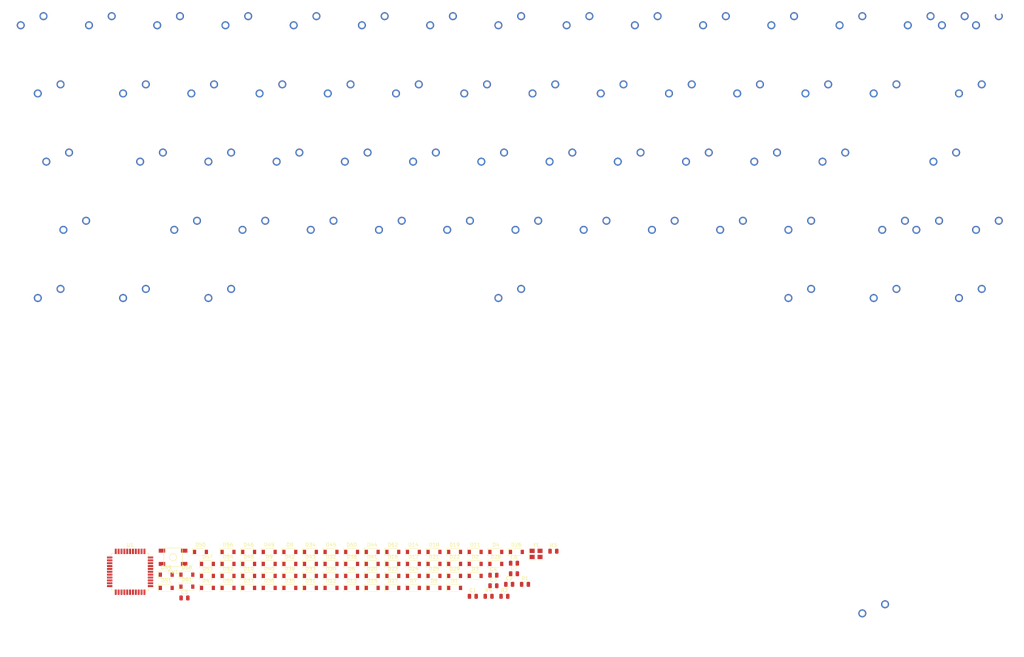
<source format=kicad_pcb>
(kicad_pcb (version 20171130) (host pcbnew "(5.1.4)-1")
  (layers (0 F.Cu signal) (31 B.Cu signal) (34 B.Paste user) (35 F.Paste user) (36 B.SilkS user) (37 F.SilkS user) (38 B.Mask user) (39 F.Mask user) (44 Edge.Cuts user))
  (net 0 "")
  (net 1 GND)
  (net 2 +5V)
  (net 3 "Net-(C2-Pad1)")
  (net 4 "Net-(C3-Pad1)")
  (net 5 "Net-(C5-Pad1)")
  (net 6 "Net-(D1-Pad2)")
  (net 7 ROW1)
  (net 8 "Net-(D2-Pad2)")
  (net 9 ROW2)
  (net 10 "Net-(D3-Pad2)")
  (net 11 ROW3)
  (net 12 "Net-(D4-Pad2)")
  (net 13 ROW4)
  (net 14 "Net-(D5-Pad2)")
  (net 15 ROW5)
  (net 16 "Net-(D6-Pad2)")
  (net 17 "Net-(D7-Pad2)")
  (net 18 "Net-(D8-Pad2)")
  (net 19 "Net-(D9-Pad2)")
  (net 20 "Net-(D10-Pad2)")
  (net 21 "Net-(D11-Pad2)")
  (net 22 "Net-(D12-Pad2)")
  (net 23 "Net-(D13-Pad2)")
  (net 24 "Net-(D14-Pad2)")
  (net 25 "Net-(D15-Pad2)")
  (net 26 "Net-(D16-Pad2)")
  (net 27 "Net-(D17-Pad2)")
  (net 28 "Net-(D18-Pad2)")
  (net 29 "Net-(D19-Pad2)")
  (net 30 "Net-(D20-Pad2)")
  (net 31 "Net-(D21-Pad2)")
  (net 32 "Net-(D22-Pad2)")
  (net 33 "Net-(D23-Pad2)")
  (net 34 "Net-(D24-Pad2)")
  (net 35 "Net-(D25-Pad2)")
  (net 36 "Net-(D26-Pad2)")
  (net 37 "Net-(D27-Pad2)")
  (net 38 "Net-(D28-Pad2)")
  (net 39 "Net-(D29-Pad2)")
  (net 40 "Net-(D30-Pad2)")
  (net 41 "Net-(D31-Pad2)")
  (net 42 "Net-(D32-Pad2)")
  (net 43 "Net-(D33-Pad2)")
  (net 44 "Net-(D34-Pad2)")
  (net 45 "Net-(D35-Pad2)")
  (net 46 "Net-(D36-Pad2)")
  (net 47 "Net-(D37-Pad2)")
  (net 48 "Net-(D38-Pad2)")
  (net 49 "Net-(D39-Pad2)")
  (net 50 "Net-(D40-Pad2)")
  (net 51 "Net-(D41-Pad2)")
  (net 52 "Net-(D42-Pad2)")
  (net 53 "Net-(D43-Pad2)")
  (net 54 "Net-(D44-Pad2)")
  (net 55 "Net-(D45-Pad2)")
  (net 56 "Net-(D46-Pad2)")
  (net 57 "Net-(D47-Pad2)")
  (net 58 "Net-(D48-Pad2)")
  (net 59 "Net-(D49-Pad2)")
  (net 60 "Net-(D50-Pad2)")
  (net 61 "Net-(D51-Pad2)")
  (net 62 "Net-(D52-Pad2)")
  (net 63 "Net-(D53-Pad2)")
  (net 64 "Net-(D54-Pad2)")
  (net 65 "Net-(D55-Pad2)")
  (net 66 "Net-(D56-Pad2)")
  (net 67 "Net-(D57-Pad2)")
  (net 68 "Net-(D58-Pad2)")
  (net 69 "Net-(D59-Pad2)")
  (net 70 "Net-(D60-Pad2)")
  (net 71 "Net-(D61-Pad2)")
  (net 72 "Net-(D62-Pad2)")
  (net 73 COL1)
  (net 74 COL2)
  (net 75 COL3)
  (net 76 COL4)
  (net 77 "Net-(MX19-Pad1)")
  (net 78 "Net-(MX20-Pad1)")
  (net 79 "Net-(MX21-Pad1)")
  (net 80 "Net-(MX22-Pad1)")
  (net 81 "Net-(MX23-Pad1)")
  (net 82 COL6)
  (net 83 COL7)
  (net 84 COL8)
  (net 85 COL9)
  (net 86 COL10)
  (net 87 COL11)
  (net 88 COL12)
  (net 89 COL13)
  (net 90 COL14)
  (net 91 D-)
  (net 92 "Net-(R1-Pad1)")
  (net 93 D+)
  (net 94 "Net-(R2-Pad1)")
  (net 95 "Net-(R3-Pad2)")
  (net 96 "Net-(R4-Pad2)")
  (net 97 "Net-(U1-Pad42)")
  (net 98 "Net-(U1-Pad41)")
  (net 99 "Net-(U1-Pad40)")
  (net 100 "Net-(U1-Pad39)")
  (net 101 "Net-(U1-Pad38)")
  (net 102 "Net-(U1-Pad37)")
  (net 103 "Net-(U1-Pad36)")
  (net 104 "Net-(U1-Pad32)")
  (net 105 "Net-(U1-Pad31)")
  (net 106 "Net-(U1-Pad30)")
  (net 107 "Net-(U1-Pad29)")
  (net 108 "Net-(U1-Pad28)")
  (net 109 "Net-(U1-Pad27)")
  (net 110 "Net-(U1-Pad26)")
  (net 111 "Net-(U1-Pad25)")
  (net 112 "Net-(U1-Pad22)")
  (net 113 "Net-(U1-Pad21)")
  (net 114 "Net-(U1-Pad20)")
  (net 115 "Net-(U1-Pad19)")
  (net 116 "Net-(U1-Pad18)")
  (net 117 "Net-(U1-Pad12)")
  (net 118 "Net-(U1-Pad11)")
  (net 119 "Net-(U1-Pad10)")
  (net 120 "Net-(U1-Pad9)")
  (net 121 "Net-(U1-Pad8)")
  (net 122 "Net-(U1-Pad1)")
  (module MX_Only:MXOnly-1.5U-NoLED (layer F.Cu) (at 269.08125 -19.84375)
    (fp_text reference MX61)
    (fp_text value \)
    (pad 2 thru_hole circle (at 2.54 -5.08) (size 2.25 2.25) (drill 1.47) (layers *.Cu B.Mask) (net 70 "Net-(D60-Pad2)"))
    (pad "" np_thru_hole circle (at 0 0) (size 3.9878 3.9878) (drill 3.9878) (layers *.Cu *.Mask))
    (pad 1 thru_hole circle (at -3.81 -2.54) (size 2.25 2.25) (drill 1.47) (layers *.Cu B.Mask) (net 90 COL14))
    (pad "" np_thru_hole circle (at -5.08 0 48.0996) (size 1.75 1.75) (drill 1.75) (layers *.Cu *.Mask))
    (pad "" np_thru_hole circle (at 5.08 0 48.0996) (size 1.75 1.75) (drill 1.75) (layers *.Cu *.Mask))
  )
  (module MX_Only:MXOnly-1U-NoLED (layer F.Cu) (at 273.84375 -38.89375)
    (fp_text reference MX64)
    (fp_text value "` Split")
    (pad 2 thru_hole circle (at 2.54 -5.08) (size 2.25 2.25) (drill 1.47) (layers *.Cu B.Mask) (net 71 "Net-(D61-Pad2)"))
    (pad "" np_thru_hole circle (at 0 0) (size 3.9878 3.9878) (drill 3.9878) (layers *.Cu *.Mask))
    (pad 1 thru_hole circle (at -3.81 -2.54) (size 2.25 2.25) (drill 1.47) (layers *.Cu B.Mask) (net 90 COL14))
    (pad "" np_thru_hole circle (at -5.08 0 48.0996) (size 1.75 1.75) (drill 1.75) (layers *.Cu *.Mask))
    (pad "" np_thru_hole circle (at 5.08 0 48.0996) (size 1.75 1.75) (drill 1.75) (layers *.Cu *.Mask))
  )
  (module MX_Only:MXOnly-1U-NoLED (layer F.Cu) (at 254.79375 -38.89375)
    (fp_text reference MX63)
    (fp_text value "\\ Split")
    (pad 2 thru_hole circle (at 2.54 -5.08) (size 2.25 2.25) (drill 1.47) (layers *.Cu B.Mask) (net 69 "Net-(D59-Pad2)"))
    (pad "" np_thru_hole circle (at 0 0) (size 3.9878 3.9878) (drill 3.9878) (layers *.Cu *.Mask))
    (pad 1 thru_hole circle (at -3.81 -2.54) (size 2.25 2.25) (drill 1.47) (layers *.Cu B.Mask) (net 90 COL14))
    (pad "" np_thru_hole circle (at -5.08 0 48.0996) (size 1.75 1.75) (drill 1.75) (layers *.Cu *.Mask))
    (pad "" np_thru_hole circle (at 5.08 0 48.0996) (size 1.75 1.75) (drill 1.75) (layers *.Cu *.Mask))
  )
  (module MX_Only:MXOnly-1U-NoLED (layer F.Cu) (at 273.84375 18.25625)
    (fp_text reference MX62)
    (fp_text value FN)
    (pad 2 thru_hole circle (at 2.54 -5.08) (size 2.25 2.25) (drill 1.47) (layers *.Cu B.Mask) (net 72 "Net-(D62-Pad2)"))
    (pad "" np_thru_hole circle (at 0 0) (size 3.9878 3.9878) (drill 3.9878) (layers *.Cu *.Mask))
    (pad 1 thru_hole circle (at -3.81 -2.54) (size 2.25 2.25) (drill 1.47) (layers *.Cu B.Mask) (net 90 COL14))
    (pad "" np_thru_hole circle (at -5.08 0 48.0996) (size 1.75 1.75) (drill 1.75) (layers *.Cu *.Mask))
    (pad "" np_thru_hole circle (at 5.08 0 48.0996) (size 1.75 1.75) (drill 1.75) (layers *.Cu *.Mask))
  )
  (module MX_Only:MXOnly-2U-NoLED (layer F.Cu) (at 264.31875 -38.89375)
    (fp_text reference MX60)
    (fp_text value BK)
    (pad 2 thru_hole circle (at 2.54 -5.08) (size 2.25 2.25) (drill 1.47) (layers *.Cu B.Mask) (net 69 "Net-(D59-Pad2)"))
    (pad "" np_thru_hole circle (at 0 0) (size 3.9878 3.9878) (drill 3.9878) (layers *.Cu *.Mask))
    (pad 1 thru_hole circle (at -3.81 -2.54) (size 2.25 2.25) (drill 1.47) (layers *.Cu B.Mask) (net 90 COL14))
    (pad "" np_thru_hole circle (at -5.08 0 48.0996) (size 1.75 1.75) (drill 1.75) (layers *.Cu *.Mask))
    (pad "" np_thru_hole circle (at 5.08 0 48.0996) (size 1.75 1.75) (drill 1.75) (layers *.Cu *.Mask))
    (pad "" np_thru_hole circle (at -11.90625 -6.985) (size 3.048 3.048) (drill 3.048) (layers *.Cu *.Mask))
    (pad "" np_thru_hole circle (at 11.90625 -6.985) (size 3.048 3.048) (drill 3.048) (layers *.Cu *.Mask))
    (pad "" np_thru_hole circle (at -11.90625 8.255) (size 3.9878 3.9878) (drill 3.9878) (layers *.Cu *.Mask))
    (pad "" np_thru_hole circle (at 11.90625 8.255) (size 3.9878 3.9878) (drill 3.9878) (layers *.Cu *.Mask))
  )
  (module MX_Only:MXOnly-1.5U-NoLED (layer F.Cu) (at 269.08125 37.30625)
    (fp_text reference MX59)
    (fp_text value RCTRL)
    (pad 2 thru_hole circle (at 2.54 -5.08) (size 2.25 2.25) (drill 1.47) (layers *.Cu B.Mask) (net 68 "Net-(D58-Pad2)"))
    (pad "" np_thru_hole circle (at 0 0) (size 3.9878 3.9878) (drill 3.9878) (layers *.Cu *.Mask))
    (pad 1 thru_hole circle (at -3.81 -2.54) (size 2.25 2.25) (drill 1.47) (layers *.Cu B.Mask) (net 89 COL13))
    (pad "" np_thru_hole circle (at -5.08 0 48.0996) (size 1.75 1.75) (drill 1.75) (layers *.Cu *.Mask))
    (pad "" np_thru_hole circle (at 5.08 0 48.0996) (size 1.75 1.75) (drill 1.75) (layers *.Cu *.Mask))
  )
  (module MX_Only:MXOnly-1.75U-NoLED (layer F.Cu) (at 247.65 18.25625)
    (fp_text reference MX58)
    (fp_text value RSHIFT_1.75)
    (pad 2 thru_hole circle (at 2.54 -5.08) (size 2.25 2.25) (drill 1.47) (layers *.Cu B.Mask) (net 63 "Net-(D53-Pad2)"))
    (pad "" np_thru_hole circle (at 0 0) (size 3.9878 3.9878) (drill 3.9878) (layers *.Cu *.Mask))
    (pad 1 thru_hole circle (at -3.81 -2.54) (size 2.25 2.25) (drill 1.47) (layers *.Cu B.Mask) (net 88 COL12))
    (pad "" np_thru_hole circle (at -5.08 0 48.0996) (size 1.75 1.75) (drill 1.75) (layers *.Cu *.Mask))
    (pad "" np_thru_hole circle (at 5.08 0 48.0996) (size 1.75 1.75) (drill 1.75) (layers *.Cu *.Mask))
  )
  (module MX_Only:MXOnly-2.25U-NoLED (layer F.Cu) (at 261.9375 -0.79375)
    (fp_text reference MX57)
    (fp_text value ENTER)
    (pad 2 thru_hole circle (at 2.54 -5.08) (size 2.25 2.25) (drill 1.47) (layers *.Cu B.Mask) (net 67 "Net-(D57-Pad2)"))
    (pad "" np_thru_hole circle (at 0 0) (size 3.9878 3.9878) (drill 3.9878) (layers *.Cu *.Mask))
    (pad 1 thru_hole circle (at -3.81 -2.54) (size 2.25 2.25) (drill 1.47) (layers *.Cu B.Mask) (net 89 COL13))
    (pad "" np_thru_hole circle (at -5.08 0 48.0996) (size 1.75 1.75) (drill 1.75) (layers *.Cu *.Mask))
    (pad "" np_thru_hole circle (at 5.08 0 48.0996) (size 1.75 1.75) (drill 1.75) (layers *.Cu *.Mask))
    (pad "" np_thru_hole circle (at -11.90625 -6.985) (size 3.048 3.048) (drill 3.048) (layers *.Cu *.Mask))
    (pad "" np_thru_hole circle (at 11.90625 -6.985) (size 3.048 3.048) (drill 3.048) (layers *.Cu *.Mask))
    (pad "" np_thru_hole circle (at -11.90625 8.255) (size 3.9878 3.9878) (drill 3.9878) (layers *.Cu *.Mask))
    (pad "" np_thru_hole circle (at 11.90625 8.255) (size 3.9878 3.9878) (drill 3.9878) (layers *.Cu *.Mask))
  )
  (module MX_Only:MXOnly-1U-NoLED (layer F.Cu) (at 245.26875 -19.84375)
    (fp_text reference MX56)
    (fp_text value ])
    (pad 2 thru_hole circle (at 2.54 -5.08) (size 2.25 2.25) (drill 1.47) (layers *.Cu B.Mask) (net 66 "Net-(D56-Pad2)"))
    (pad "" np_thru_hole circle (at 0 0) (size 3.9878 3.9878) (drill 3.9878) (layers *.Cu *.Mask))
    (pad 1 thru_hole circle (at -3.81 -2.54) (size 2.25 2.25) (drill 1.47) (layers *.Cu B.Mask) (net 89 COL13))
    (pad "" np_thru_hole circle (at -5.08 0 48.0996) (size 1.75 1.75) (drill 1.75) (layers *.Cu *.Mask))
    (pad "" np_thru_hole circle (at 5.08 0 48.0996) (size 1.75 1.75) (drill 1.75) (layers *.Cu *.Mask))
  )
  (module MX_Only:MXOnly-1U-NoLED (layer F.Cu) (at 235.74375 -38.89375)
    (fp_text reference MX55)
    (fp_text value =)
    (pad 2 thru_hole circle (at 2.54 -5.08) (size 2.25 2.25) (drill 1.47) (layers *.Cu B.Mask) (net 65 "Net-(D55-Pad2)"))
    (pad "" np_thru_hole circle (at 0 0) (size 3.9878 3.9878) (drill 3.9878) (layers *.Cu *.Mask))
    (pad 1 thru_hole circle (at -3.81 -2.54) (size 2.25 2.25) (drill 1.47) (layers *.Cu B.Mask) (net 89 COL13))
    (pad "" np_thru_hole circle (at -5.08 0 48.0996) (size 1.75 1.75) (drill 1.75) (layers *.Cu *.Mask))
    (pad "" np_thru_hole circle (at 5.08 0 48.0996) (size 1.75 1.75) (drill 1.75) (layers *.Cu *.Mask))
  )
  (module MX_Only:MXOnly-1U-NoLED (layer F.Cu) (at 245.26875 37.30625)
    (fp_text reference MX54)
    (fp_text value RWIN)
    (pad 2 thru_hole circle (at 2.54 -5.08) (size 2.25 2.25) (drill 1.47) (layers *.Cu B.Mask) (net 64 "Net-(D54-Pad2)"))
    (pad "" np_thru_hole circle (at 0 0) (size 3.9878 3.9878) (drill 3.9878) (layers *.Cu *.Mask))
    (pad 1 thru_hole circle (at -3.81 -2.54) (size 2.25 2.25) (drill 1.47) (layers *.Cu B.Mask) (net 88 COL12))
    (pad "" np_thru_hole circle (at -5.08 0 48.0996) (size 1.75 1.75) (drill 1.75) (layers *.Cu *.Mask))
    (pad "" np_thru_hole circle (at 5.08 0 48.0996) (size 1.75 1.75) (drill 1.75) (layers *.Cu *.Mask))
  )
  (module MX_Only:MXOnly-2.75U-NoLED (layer F.Cu) (at 257.175 18.25625)
    (fp_text reference MX53)
    (fp_text value RSHIFT)
    (pad 2 thru_hole circle (at 2.54 -5.08) (size 2.25 2.25) (drill 1.47) (layers *.Cu B.Mask) (net 63 "Net-(D53-Pad2)"))
    (pad "" np_thru_hole circle (at 0 0) (size 3.9878 3.9878) (drill 3.9878) (layers *.Cu *.Mask))
    (pad 1 thru_hole circle (at -3.81 -2.54) (size 2.25 2.25) (drill 1.47) (layers *.Cu B.Mask) (net 88 COL12))
    (pad "" np_thru_hole circle (at -5.08 0 48.0996) (size 1.75 1.75) (drill 1.75) (layers *.Cu *.Mask))
    (pad "" np_thru_hole circle (at 5.08 0 48.0996) (size 1.75 1.75) (drill 1.75) (layers *.Cu *.Mask))
    (pad "" np_thru_hole circle (at -11.90625 -6.985) (size 3.048 3.048) (drill 3.048) (layers *.Cu *.Mask))
    (pad "" np_thru_hole circle (at 11.90625 -6.985) (size 3.048 3.048) (drill 3.048) (layers *.Cu *.Mask))
    (pad "" np_thru_hole circle (at -11.90625 8.255) (size 3.9878 3.9878) (drill 3.9878) (layers *.Cu *.Mask))
    (pad "" np_thru_hole circle (at 11.90625 8.255) (size 3.9878 3.9878) (drill 3.9878) (layers *.Cu *.Mask))
  )
  (module MX_Only:MXOnly-1U-NoLED (layer F.Cu) (at 230.98125 -0.79375)
    (fp_text reference MX52)
    (fp_text value ')
    (pad 2 thru_hole circle (at 2.54 -5.08) (size 2.25 2.25) (drill 1.47) (layers *.Cu B.Mask) (net 62 "Net-(D52-Pad2)"))
    (pad "" np_thru_hole circle (at 0 0) (size 3.9878 3.9878) (drill 3.9878) (layers *.Cu *.Mask))
    (pad 1 thru_hole circle (at -3.81 -2.54) (size 2.25 2.25) (drill 1.47) (layers *.Cu B.Mask) (net 88 COL12))
    (pad "" np_thru_hole circle (at -5.08 0 48.0996) (size 1.75 1.75) (drill 1.75) (layers *.Cu *.Mask))
    (pad "" np_thru_hole circle (at 5.08 0 48.0996) (size 1.75 1.75) (drill 1.75) (layers *.Cu *.Mask))
  )
  (module MX_Only:MXOnly-1U-NoLED (layer F.Cu) (at 216.69375 -38.89375)
    (fp_text reference MX51)
    (fp_text value -)
    (pad 2 thru_hole circle (at 2.54 -5.08) (size 2.25 2.25) (drill 1.47) (layers *.Cu B.Mask) (net 60 "Net-(D50-Pad2)"))
    (pad "" np_thru_hole circle (at 0 0) (size 3.9878 3.9878) (drill 3.9878) (layers *.Cu *.Mask))
    (pad 1 thru_hole circle (at -3.81 -2.54) (size 2.25 2.25) (drill 1.47) (layers *.Cu B.Mask) (net 88 COL12))
    (pad "" np_thru_hole circle (at -5.08 0 48.0996) (size 1.75 1.75) (drill 1.75) (layers *.Cu *.Mask))
    (pad "" np_thru_hole circle (at 5.08 0 48.0996) (size 1.75 1.75) (drill 1.75) (layers *.Cu *.Mask))
  )
  (module MX_Only:MXOnly-1U-NoLED (layer F.Cu) (at 226.21875 -19.84375)
    (fp_text reference MX50)
    (fp_text value [)
    (pad 2 thru_hole circle (at 2.54 -5.08) (size 2.25 2.25) (drill 1.47) (layers *.Cu B.Mask) (net 61 "Net-(D51-Pad2)"))
    (pad "" np_thru_hole circle (at 0 0) (size 3.9878 3.9878) (drill 3.9878) (layers *.Cu *.Mask))
    (pad 1 thru_hole circle (at -3.81 -2.54) (size 2.25 2.25) (drill 1.47) (layers *.Cu B.Mask) (net 88 COL12))
    (pad "" np_thru_hole circle (at -5.08 0 48.0996) (size 1.75 1.75) (drill 1.75) (layers *.Cu *.Mask))
    (pad "" np_thru_hole circle (at 5.08 0 48.0996) (size 1.75 1.75) (drill 1.75) (layers *.Cu *.Mask))
  )
  (module MX_Only:MXOnly-1.5U-NoLED (layer F.Cu) (at 221.45625 37.30625)
    (fp_text reference MX49)
    (fp_text value RALT)
    (pad 2 thru_hole circle (at 2.54 -5.08) (size 2.25 2.25) (drill 1.47) (layers *.Cu B.Mask) (net 59 "Net-(D49-Pad2)"))
    (pad "" np_thru_hole circle (at 0 0) (size 3.9878 3.9878) (drill 3.9878) (layers *.Cu *.Mask))
    (pad 1 thru_hole circle (at -3.81 -2.54) (size 2.25 2.25) (drill 1.47) (layers *.Cu B.Mask) (net 87 COL11))
    (pad "" np_thru_hole circle (at -5.08 0 48.0996) (size 1.75 1.75) (drill 1.75) (layers *.Cu *.Mask))
    (pad "" np_thru_hole circle (at 5.08 0 48.0996) (size 1.75 1.75) (drill 1.75) (layers *.Cu *.Mask))
  )
  (module MX_Only:MXOnly-1U-NoLED (layer F.Cu) (at 221.45625 18.25625)
    (fp_text reference MX48)
    (fp_text value /)
    (pad 2 thru_hole circle (at 2.54 -5.08) (size 2.25 2.25) (drill 1.47) (layers *.Cu B.Mask) (net 58 "Net-(D48-Pad2)"))
    (pad "" np_thru_hole circle (at 0 0) (size 3.9878 3.9878) (drill 3.9878) (layers *.Cu *.Mask))
    (pad 1 thru_hole circle (at -3.81 -2.54) (size 2.25 2.25) (drill 1.47) (layers *.Cu B.Mask) (net 87 COL11))
    (pad "" np_thru_hole circle (at -5.08 0 48.0996) (size 1.75 1.75) (drill 1.75) (layers *.Cu *.Mask))
    (pad "" np_thru_hole circle (at 5.08 0 48.0996) (size 1.75 1.75) (drill 1.75) (layers *.Cu *.Mask))
  )
  (module MX_Only:MXOnly-1U-NoLED (layer F.Cu) (at 211.93125 -0.79375)
    (fp_text reference MX47)
    (fp_text value ;)
    (pad 2 thru_hole circle (at 2.54 -5.08) (size 2.25 2.25) (drill 1.47) (layers *.Cu B.Mask) (net 57 "Net-(D47-Pad2)"))
    (pad "" np_thru_hole circle (at 0 0) (size 3.9878 3.9878) (drill 3.9878) (layers *.Cu *.Mask))
    (pad 1 thru_hole circle (at -3.81 -2.54) (size 2.25 2.25) (drill 1.47) (layers *.Cu B.Mask) (net 87 COL11))
    (pad "" np_thru_hole circle (at -5.08 0 48.0996) (size 1.75 1.75) (drill 1.75) (layers *.Cu *.Mask))
    (pad "" np_thru_hole circle (at 5.08 0 48.0996) (size 1.75 1.75) (drill 1.75) (layers *.Cu *.Mask))
  )
  (module MX_Only:MXOnly-1U-NoLED (layer F.Cu) (at 197.64375 -38.89375)
    (fp_text reference MX46)
    (fp_text value 0)
    (pad 2 thru_hole circle (at 2.54 -5.08) (size 2.25 2.25) (drill 1.47) (layers *.Cu B.Mask) (net 55 "Net-(D45-Pad2)"))
    (pad "" np_thru_hole circle (at 0 0) (size 3.9878 3.9878) (drill 3.9878) (layers *.Cu *.Mask))
    (pad 1 thru_hole circle (at -3.81 -2.54) (size 2.25 2.25) (drill 1.47) (layers *.Cu B.Mask) (net 87 COL11))
    (pad "" np_thru_hole circle (at -5.08 0 48.0996) (size 1.75 1.75) (drill 1.75) (layers *.Cu *.Mask))
    (pad "" np_thru_hole circle (at 5.08 0 48.0996) (size 1.75 1.75) (drill 1.75) (layers *.Cu *.Mask))
  )
  (module MX_Only:MXOnly-1U-NoLED (layer F.Cu) (at 207.16875 -19.84375)
    (fp_text reference MX45)
    (fp_text value P)
    (pad 2 thru_hole circle (at 2.54 -5.08) (size 2.25 2.25) (drill 1.47) (layers *.Cu B.Mask) (net 56 "Net-(D46-Pad2)"))
    (pad "" np_thru_hole circle (at 0 0) (size 3.9878 3.9878) (drill 3.9878) (layers *.Cu *.Mask))
    (pad 1 thru_hole circle (at -3.81 -2.54) (size 2.25 2.25) (drill 1.47) (layers *.Cu B.Mask) (net 87 COL11))
    (pad "" np_thru_hole circle (at -5.08 0 48.0996) (size 1.75 1.75) (drill 1.75) (layers *.Cu *.Mask))
    (pad "" np_thru_hole circle (at 5.08 0 48.0996) (size 1.75 1.75) (drill 1.75) (layers *.Cu *.Mask))
  )
  (module MX_Only:MXOnly-1U-NoLED (layer F.Cu) (at 202.40625 18.25625)
    (fp_text reference MX44)
    (fp_text value .)
    (pad 2 thru_hole circle (at 2.54 -5.08) (size 2.25 2.25) (drill 1.47) (layers *.Cu B.Mask) (net 54 "Net-(D44-Pad2)"))
    (pad "" np_thru_hole circle (at 0 0) (size 3.9878 3.9878) (drill 3.9878) (layers *.Cu *.Mask))
    (pad 1 thru_hole circle (at -3.81 -2.54) (size 2.25 2.25) (drill 1.47) (layers *.Cu B.Mask) (net 86 COL10))
    (pad "" np_thru_hole circle (at -5.08 0 48.0996) (size 1.75 1.75) (drill 1.75) (layers *.Cu *.Mask))
    (pad "" np_thru_hole circle (at 5.08 0 48.0996) (size 1.75 1.75) (drill 1.75) (layers *.Cu *.Mask))
  )
  (module MX_Only:MXOnly-1U-NoLED (layer F.Cu) (at 192.88125 -0.79375)
    (fp_text reference MX43)
    (fp_text value L)
    (pad 2 thru_hole circle (at 2.54 -5.08) (size 2.25 2.25) (drill 1.47) (layers *.Cu B.Mask) (net 53 "Net-(D43-Pad2)"))
    (pad "" np_thru_hole circle (at 0 0) (size 3.9878 3.9878) (drill 3.9878) (layers *.Cu *.Mask))
    (pad 1 thru_hole circle (at -3.81 -2.54) (size 2.25 2.25) (drill 1.47) (layers *.Cu B.Mask) (net 86 COL10))
    (pad "" np_thru_hole circle (at -5.08 0 48.0996) (size 1.75 1.75) (drill 1.75) (layers *.Cu *.Mask))
    (pad "" np_thru_hole circle (at 5.08 0 48.0996) (size 1.75 1.75) (drill 1.75) (layers *.Cu *.Mask))
  )
  (module MX_Only:MXOnly-1U-NoLED (layer F.Cu) (at 178.59375 -38.89375)
    (fp_text reference MX42)
    (fp_text value 9)
    (pad 2 thru_hole circle (at 2.54 -5.08) (size 2.25 2.25) (drill 1.47) (layers *.Cu B.Mask) (net 51 "Net-(D41-Pad2)"))
    (pad "" np_thru_hole circle (at 0 0) (size 3.9878 3.9878) (drill 3.9878) (layers *.Cu *.Mask))
    (pad 1 thru_hole circle (at -3.81 -2.54) (size 2.25 2.25) (drill 1.47) (layers *.Cu B.Mask) (net 86 COL10))
    (pad "" np_thru_hole circle (at -5.08 0 48.0996) (size 1.75 1.75) (drill 1.75) (layers *.Cu *.Mask))
    (pad "" np_thru_hole circle (at 5.08 0 48.0996) (size 1.75 1.75) (drill 1.75) (layers *.Cu *.Mask))
  )
  (module MX_Only:MXOnly-1U-NoLED (layer F.Cu) (at 188.11875 -19.84375)
    (fp_text reference MX41)
    (fp_text value O)
    (pad 2 thru_hole circle (at 2.54 -5.08) (size 2.25 2.25) (drill 1.47) (layers *.Cu B.Mask) (net 52 "Net-(D42-Pad2)"))
    (pad "" np_thru_hole circle (at 0 0) (size 3.9878 3.9878) (drill 3.9878) (layers *.Cu *.Mask))
    (pad 1 thru_hole circle (at -3.81 -2.54) (size 2.25 2.25) (drill 1.47) (layers *.Cu B.Mask) (net 86 COL10))
    (pad "" np_thru_hole circle (at -5.08 0 48.0996) (size 1.75 1.75) (drill 1.75) (layers *.Cu *.Mask))
    (pad "" np_thru_hole circle (at 5.08 0 48.0996) (size 1.75 1.75) (drill 1.75) (layers *.Cu *.Mask))
  )
  (module MX_Only:MXOnly-1U-NoLED (layer F.Cu) (at 183.35625 18.25625)
    (fp_text reference MX40)
    (fp_text value ,)
    (pad 2 thru_hole circle (at 2.54 -5.08) (size 2.25 2.25) (drill 1.47) (layers *.Cu B.Mask) (net 50 "Net-(D40-Pad2)"))
    (pad "" np_thru_hole circle (at 0 0) (size 3.9878 3.9878) (drill 3.9878) (layers *.Cu *.Mask))
    (pad 1 thru_hole circle (at -3.81 -2.54) (size 2.25 2.25) (drill 1.47) (layers *.Cu B.Mask) (net 85 COL9))
    (pad "" np_thru_hole circle (at -5.08 0 48.0996) (size 1.75 1.75) (drill 1.75) (layers *.Cu *.Mask))
    (pad "" np_thru_hole circle (at 5.08 0 48.0996) (size 1.75 1.75) (drill 1.75) (layers *.Cu *.Mask))
  )
  (module MX_Only:MXOnly-1U-NoLED (layer F.Cu) (at 173.83125 -0.79375)
    (fp_text reference MX39)
    (fp_text value K)
    (pad 2 thru_hole circle (at 2.54 -5.08) (size 2.25 2.25) (drill 1.47) (layers *.Cu B.Mask) (net 49 "Net-(D39-Pad2)"))
    (pad "" np_thru_hole circle (at 0 0) (size 3.9878 3.9878) (drill 3.9878) (layers *.Cu *.Mask))
    (pad 1 thru_hole circle (at -3.81 -2.54) (size 2.25 2.25) (drill 1.47) (layers *.Cu B.Mask) (net 85 COL9))
    (pad "" np_thru_hole circle (at -5.08 0 48.0996) (size 1.75 1.75) (drill 1.75) (layers *.Cu *.Mask))
    (pad "" np_thru_hole circle (at 5.08 0 48.0996) (size 1.75 1.75) (drill 1.75) (layers *.Cu *.Mask))
  )
  (module MX_Only:MXOnly-1U-NoLED (layer F.Cu) (at 169.06875 -19.84375)
    (fp_text reference MX38)
    (fp_text value I)
    (pad 2 thru_hole circle (at 2.54 -5.08) (size 2.25 2.25) (drill 1.47) (layers *.Cu B.Mask) (net 48 "Net-(D38-Pad2)"))
    (pad "" np_thru_hole circle (at 0 0) (size 3.9878 3.9878) (drill 3.9878) (layers *.Cu *.Mask))
    (pad 1 thru_hole circle (at -3.81 -2.54) (size 2.25 2.25) (drill 1.47) (layers *.Cu B.Mask) (net 85 COL9))
    (pad "" np_thru_hole circle (at -5.08 0 48.0996) (size 1.75 1.75) (drill 1.75) (layers *.Cu *.Mask))
    (pad "" np_thru_hole circle (at 5.08 0 48.0996) (size 1.75 1.75) (drill 1.75) (layers *.Cu *.Mask))
  )
  (module MX_Only:MXOnly-1U-NoLED (layer F.Cu) (at 159.54375 -38.89375)
    (fp_text reference MX37)
    (fp_text value 8)
    (pad 2 thru_hole circle (at 2.54 -5.08) (size 2.25 2.25) (drill 1.47) (layers *.Cu B.Mask) (net 47 "Net-(D37-Pad2)"))
    (pad "" np_thru_hole circle (at 0 0) (size 3.9878 3.9878) (drill 3.9878) (layers *.Cu *.Mask))
    (pad 1 thru_hole circle (at -3.81 -2.54) (size 2.25 2.25) (drill 1.47) (layers *.Cu B.Mask) (net 85 COL9))
    (pad "" np_thru_hole circle (at -5.08 0 48.0996) (size 1.75 1.75) (drill 1.75) (layers *.Cu *.Mask))
    (pad "" np_thru_hole circle (at 5.08 0 48.0996) (size 1.75 1.75) (drill 1.75) (layers *.Cu *.Mask))
  )
  (module MX_Only:MXOnly-7U-NoLED (layer F.Cu) (at 140.49375 37.30625)
    (fp_text reference MX36)
    (fp_text value SPACE)
    (pad 2 thru_hole circle (at 2.54 -5.08) (size 2.25 2.25) (drill 1.47) (layers *.Cu B.Mask) (net 46 "Net-(D36-Pad2)"))
    (pad "" np_thru_hole circle (at 0 0) (size 3.9878 3.9878) (drill 3.9878) (layers *.Cu *.Mask))
    (pad 1 thru_hole circle (at -3.81 -2.54) (size 2.25 2.25) (drill 1.47) (layers *.Cu B.Mask) (net 84 COL8))
    (pad "" np_thru_hole circle (at -5.08 0 48.0996) (size 1.75 1.75) (drill 1.75) (layers *.Cu *.Mask))
    (pad "" np_thru_hole circle (at 5.08 0 48.0996) (size 1.75 1.75) (drill 1.75) (layers *.Cu *.Mask))
    (pad "" np_thru_hole circle (at -57.15 -6.985) (size 3.048 3.048) (drill 3.048) (layers *.Cu *.Mask))
    (pad "" np_thru_hole circle (at 57.15 -6.985) (size 3.048 3.048) (drill 3.048) (layers *.Cu *.Mask))
    (pad "" np_thru_hole circle (at -57.15 8.255) (size 3.9878 3.9878) (drill 3.9878) (layers *.Cu *.Mask))
    (pad "" np_thru_hole circle (at 57.15 8.255) (size 3.9878 3.9878) (drill 3.9878) (layers *.Cu *.Mask))
  )
  (module MX_Only:MXOnly-1U-NoLED (layer F.Cu) (at 164.30625 18.25625)
    (fp_text reference MX35)
    (fp_text value M)
    (pad 2 thru_hole circle (at 2.54 -5.08) (size 2.25 2.25) (drill 1.47) (layers *.Cu B.Mask) (net 45 "Net-(D35-Pad2)"))
    (pad "" np_thru_hole circle (at 0 0) (size 3.9878 3.9878) (drill 3.9878) (layers *.Cu *.Mask))
    (pad 1 thru_hole circle (at -3.81 -2.54) (size 2.25 2.25) (drill 1.47) (layers *.Cu B.Mask) (net 84 COL8))
    (pad "" np_thru_hole circle (at -5.08 0 48.0996) (size 1.75 1.75) (drill 1.75) (layers *.Cu *.Mask))
    (pad "" np_thru_hole circle (at 5.08 0 48.0996) (size 1.75 1.75) (drill 1.75) (layers *.Cu *.Mask))
  )
  (module MX_Only:MXOnly-1U-NoLED (layer F.Cu) (at 154.78125 -0.79375)
    (fp_text reference MX34)
    (fp_text value J)
    (pad 2 thru_hole circle (at 2.54 -5.08) (size 2.25 2.25) (drill 1.47) (layers *.Cu B.Mask) (net 44 "Net-(D34-Pad2)"))
    (pad "" np_thru_hole circle (at 0 0) (size 3.9878 3.9878) (drill 3.9878) (layers *.Cu *.Mask))
    (pad 1 thru_hole circle (at -3.81 -2.54) (size 2.25 2.25) (drill 1.47) (layers *.Cu B.Mask) (net 84 COL8))
    (pad "" np_thru_hole circle (at -5.08 0 48.0996) (size 1.75 1.75) (drill 1.75) (layers *.Cu *.Mask))
    (pad "" np_thru_hole circle (at 5.08 0 48.0996) (size 1.75 1.75) (drill 1.75) (layers *.Cu *.Mask))
  )
  (module MX_Only:MXOnly-1U-NoLED (layer F.Cu) (at 150.01875 -19.84375)
    (fp_text reference MX33)
    (fp_text value U)
    (pad 2 thru_hole circle (at 2.54 -5.08) (size 2.25 2.25) (drill 1.47) (layers *.Cu B.Mask) (net 43 "Net-(D33-Pad2)"))
    (pad "" np_thru_hole circle (at 0 0) (size 3.9878 3.9878) (drill 3.9878) (layers *.Cu *.Mask))
    (pad 1 thru_hole circle (at -3.81 -2.54) (size 2.25 2.25) (drill 1.47) (layers *.Cu B.Mask) (net 84 COL8))
    (pad "" np_thru_hole circle (at -5.08 0 48.0996) (size 1.75 1.75) (drill 1.75) (layers *.Cu *.Mask))
    (pad "" np_thru_hole circle (at 5.08 0 48.0996) (size 1.75 1.75) (drill 1.75) (layers *.Cu *.Mask))
  )
  (module MX_Only:MXOnly-1U-NoLED (layer F.Cu) (at 140.49375 -38.89375)
    (fp_text reference MX32)
    (fp_text value 7)
    (pad 2 thru_hole circle (at 2.54 -5.08) (size 2.25 2.25) (drill 1.47) (layers *.Cu B.Mask) (net 42 "Net-(D32-Pad2)"))
    (pad "" np_thru_hole circle (at 0 0) (size 3.9878 3.9878) (drill 3.9878) (layers *.Cu *.Mask))
    (pad 1 thru_hole circle (at -3.81 -2.54) (size 2.25 2.25) (drill 1.47) (layers *.Cu B.Mask) (net 84 COL8))
    (pad "" np_thru_hole circle (at -5.08 0 48.0996) (size 1.75 1.75) (drill 1.75) (layers *.Cu *.Mask))
    (pad "" np_thru_hole circle (at 5.08 0 48.0996) (size 1.75 1.75) (drill 1.75) (layers *.Cu *.Mask))
  )
  (module MX_Only:MXOnly-1U-NoLED (layer F.Cu) (at 145.25625 18.25625)
    (fp_text reference MX31)
    (fp_text value N)
    (pad 2 thru_hole circle (at 2.54 -5.08) (size 2.25 2.25) (drill 1.47) (layers *.Cu B.Mask) (net 41 "Net-(D31-Pad2)"))
    (pad "" np_thru_hole circle (at 0 0) (size 3.9878 3.9878) (drill 3.9878) (layers *.Cu *.Mask))
    (pad 1 thru_hole circle (at -3.81 -2.54) (size 2.25 2.25) (drill 1.47) (layers *.Cu B.Mask) (net 83 COL7))
    (pad "" np_thru_hole circle (at -5.08 0 48.0996) (size 1.75 1.75) (drill 1.75) (layers *.Cu *.Mask))
    (pad "" np_thru_hole circle (at 5.08 0 48.0996) (size 1.75 1.75) (drill 1.75) (layers *.Cu *.Mask))
  )
  (module MX_Only:MXOnly-1U-NoLED (layer F.Cu) (at 135.73125 -0.79375)
    (fp_text reference MX30)
    (fp_text value H)
    (pad 2 thru_hole circle (at 2.54 -5.08) (size 2.25 2.25) (drill 1.47) (layers *.Cu B.Mask) (net 40 "Net-(D30-Pad2)"))
    (pad "" np_thru_hole circle (at 0 0) (size 3.9878 3.9878) (drill 3.9878) (layers *.Cu *.Mask))
    (pad 1 thru_hole circle (at -3.81 -2.54) (size 2.25 2.25) (drill 1.47) (layers *.Cu B.Mask) (net 83 COL7))
    (pad "" np_thru_hole circle (at -5.08 0 48.0996) (size 1.75 1.75) (drill 1.75) (layers *.Cu *.Mask))
    (pad "" np_thru_hole circle (at 5.08 0 48.0996) (size 1.75 1.75) (drill 1.75) (layers *.Cu *.Mask))
  )
  (module MX_Only:MXOnly-1U-NoLED (layer F.Cu) (at 130.96875 -19.84375)
    (fp_text reference MX29)
    (fp_text value Y)
    (pad 2 thru_hole circle (at 2.54 -5.08) (size 2.25 2.25) (drill 1.47) (layers *.Cu B.Mask) (net 39 "Net-(D29-Pad2)"))
    (pad "" np_thru_hole circle (at 0 0) (size 3.9878 3.9878) (drill 3.9878) (layers *.Cu *.Mask))
    (pad 1 thru_hole circle (at -3.81 -2.54) (size 2.25 2.25) (drill 1.47) (layers *.Cu B.Mask) (net 83 COL7))
    (pad "" np_thru_hole circle (at -5.08 0 48.0996) (size 1.75 1.75) (drill 1.75) (layers *.Cu *.Mask))
    (pad "" np_thru_hole circle (at 5.08 0 48.0996) (size 1.75 1.75) (drill 1.75) (layers *.Cu *.Mask))
  )
  (module MX_Only:MXOnly-1U-NoLED (layer F.Cu) (at 121.44375 -38.89375)
    (fp_text reference MX28)
    (fp_text value 6)
    (pad 2 thru_hole circle (at 2.54 -5.08) (size 2.25 2.25) (drill 1.47) (layers *.Cu B.Mask) (net 38 "Net-(D28-Pad2)"))
    (pad "" np_thru_hole circle (at 0 0) (size 3.9878 3.9878) (drill 3.9878) (layers *.Cu *.Mask))
    (pad 1 thru_hole circle (at -3.81 -2.54) (size 2.25 2.25) (drill 1.47) (layers *.Cu B.Mask) (net 83 COL7))
    (pad "" np_thru_hole circle (at -5.08 0 48.0996) (size 1.75 1.75) (drill 1.75) (layers *.Cu *.Mask))
    (pad "" np_thru_hole circle (at 5.08 0 48.0996) (size 1.75 1.75) (drill 1.75) (layers *.Cu *.Mask))
  )
  (module MX_Only:MXOnly-1U-NoLED (layer F.Cu) (at 102.39375 -38.89375)
    (fp_text reference MX27)
    (fp_text value 5)
    (pad 2 thru_hole circle (at 2.54 -5.08) (size 2.25 2.25) (drill 1.47) (layers *.Cu B.Mask) (net 34 "Net-(D24-Pad2)"))
    (pad "" np_thru_hole circle (at 0 0) (size 3.9878 3.9878) (drill 3.9878) (layers *.Cu *.Mask))
    (pad 1 thru_hole circle (at -3.81 -2.54) (size 2.25 2.25) (drill 1.47) (layers *.Cu B.Mask) (net 82 COL6))
    (pad "" np_thru_hole circle (at -5.08 0 48.0996) (size 1.75 1.75) (drill 1.75) (layers *.Cu *.Mask))
    (pad "" np_thru_hole circle (at 5.08 0 48.0996) (size 1.75 1.75) (drill 1.75) (layers *.Cu *.Mask))
  )
  (module MX_Only:MXOnly-1U-NoLED (layer F.Cu) (at 126.20625 18.25625)
    (fp_text reference MX26)
    (fp_text value B)
    (pad 2 thru_hole circle (at 2.54 -5.08) (size 2.25 2.25) (drill 1.47) (layers *.Cu B.Mask) (net 37 "Net-(D27-Pad2)"))
    (pad "" np_thru_hole circle (at 0 0) (size 3.9878 3.9878) (drill 3.9878) (layers *.Cu *.Mask))
    (pad 1 thru_hole circle (at -3.81 -2.54) (size 2.25 2.25) (drill 1.47) (layers *.Cu B.Mask) (net 82 COL6))
    (pad "" np_thru_hole circle (at -5.08 0 48.0996) (size 1.75 1.75) (drill 1.75) (layers *.Cu *.Mask))
    (pad "" np_thru_hole circle (at 5.08 0 48.0996) (size 1.75 1.75) (drill 1.75) (layers *.Cu *.Mask))
  )
  (module MX_Only:MXOnly-1U-NoLED (layer F.Cu) (at 116.68125 -0.79375)
    (fp_text reference MX25)
    (fp_text value G)
    (pad 2 thru_hole circle (at 2.54 -5.08) (size 2.25 2.25) (drill 1.47) (layers *.Cu B.Mask) (net 36 "Net-(D26-Pad2)"))
    (pad "" np_thru_hole circle (at 0 0) (size 3.9878 3.9878) (drill 3.9878) (layers *.Cu *.Mask))
    (pad 1 thru_hole circle (at -3.81 -2.54) (size 2.25 2.25) (drill 1.47) (layers *.Cu B.Mask) (net 82 COL6))
    (pad "" np_thru_hole circle (at -5.08 0 48.0996) (size 1.75 1.75) (drill 1.75) (layers *.Cu *.Mask))
    (pad "" np_thru_hole circle (at 5.08 0 48.0996) (size 1.75 1.75) (drill 1.75) (layers *.Cu *.Mask))
  )
  (module MX_Only:MXOnly-1U-NoLED (layer F.Cu) (at 111.91875 -19.84375)
    (fp_text reference MX24)
    (fp_text value T)
    (pad 2 thru_hole circle (at 2.54 -5.08) (size 2.25 2.25) (drill 1.47) (layers *.Cu B.Mask) (net 35 "Net-(D25-Pad2)"))
    (pad "" np_thru_hole circle (at 0 0) (size 3.9878 3.9878) (drill 3.9878) (layers *.Cu *.Mask))
    (pad 1 thru_hole circle (at -3.81 -2.54) (size 2.25 2.25) (drill 1.47) (layers *.Cu B.Mask) (net 82 COL6))
    (pad "" np_thru_hole circle (at -5.08 0 48.0996) (size 1.75 1.75) (drill 1.75) (layers *.Cu *.Mask))
    (pad "" np_thru_hole circle (at 5.08 0 48.0996) (size 1.75 1.75) (drill 1.75) (layers *.Cu *.Mask))
  )
  (module MX_Only:MXOnly-1.5U-NoLED (layer F.Cu) (at 59.53125 37.30625)
    (fp_text reference MX23)
    (fp_text value ALT)
    (pad 2 thru_hole circle (at 2.54 -5.08) (size 2.25 2.25) (drill 1.47) (layers *.Cu B.Mask) (net 33 "Net-(D23-Pad2)"))
    (pad "" np_thru_hole circle (at 0 0) (size 3.9878 3.9878) (drill 3.9878) (layers *.Cu *.Mask))
    (pad 1 thru_hole circle (at -3.81 -2.54) (size 2.25 2.25) (drill 1.47) (layers *.Cu B.Mask) (net 81 "Net-(MX23-Pad1)"))
    (pad "" np_thru_hole circle (at -5.08 0 48.0996) (size 1.75 1.75) (drill 1.75) (layers *.Cu *.Mask))
    (pad "" np_thru_hole circle (at 5.08 0 48.0996) (size 1.75 1.75) (drill 1.75) (layers *.Cu *.Mask))
  )
  (module MX_Only:MXOnly-1U-NoLED (layer F.Cu) (at 107.15625 18.25625)
    (fp_text reference MX22)
    (fp_text value V)
    (pad 2 thru_hole circle (at 2.54 -5.08) (size 2.25 2.25) (drill 1.47) (layers *.Cu B.Mask) (net 32 "Net-(D22-Pad2)"))
    (pad "" np_thru_hole circle (at 0 0) (size 3.9878 3.9878) (drill 3.9878) (layers *.Cu *.Mask))
    (pad 1 thru_hole circle (at -3.81 -2.54) (size 2.25 2.25) (drill 1.47) (layers *.Cu B.Mask) (net 80 "Net-(MX22-Pad1)"))
    (pad "" np_thru_hole circle (at -5.08 0 48.0996) (size 1.75 1.75) (drill 1.75) (layers *.Cu *.Mask))
    (pad "" np_thru_hole circle (at 5.08 0 48.0996) (size 1.75 1.75) (drill 1.75) (layers *.Cu *.Mask))
  )
  (module MX_Only:MXOnly-1U-NoLED (layer F.Cu) (at 97.63125 -0.79375)
    (fp_text reference MX21)
    (fp_text value F)
    (pad 2 thru_hole circle (at 2.54 -5.08) (size 2.25 2.25) (drill 1.47) (layers *.Cu B.Mask) (net 31 "Net-(D21-Pad2)"))
    (pad "" np_thru_hole circle (at 0 0) (size 3.9878 3.9878) (drill 3.9878) (layers *.Cu *.Mask))
    (pad 1 thru_hole circle (at -3.81 -2.54) (size 2.25 2.25) (drill 1.47) (layers *.Cu B.Mask) (net 79 "Net-(MX21-Pad1)"))
    (pad "" np_thru_hole circle (at -5.08 0 48.0996) (size 1.75 1.75) (drill 1.75) (layers *.Cu *.Mask))
    (pad "" np_thru_hole circle (at 5.08 0 48.0996) (size 1.75 1.75) (drill 1.75) (layers *.Cu *.Mask))
  )
  (module MX_Only:MXOnly-1U-NoLED (layer F.Cu) (at 92.86875 -19.84375)
    (fp_text reference MX20)
    (fp_text value R)
    (pad 2 thru_hole circle (at 2.54 -5.08) (size 2.25 2.25) (drill 1.47) (layers *.Cu B.Mask) (net 30 "Net-(D20-Pad2)"))
    (pad "" np_thru_hole circle (at 0 0) (size 3.9878 3.9878) (drill 3.9878) (layers *.Cu *.Mask))
    (pad 1 thru_hole circle (at -3.81 -2.54) (size 2.25 2.25) (drill 1.47) (layers *.Cu B.Mask) (net 78 "Net-(MX20-Pad1)"))
    (pad "" np_thru_hole circle (at -5.08 0 48.0996) (size 1.75 1.75) (drill 1.75) (layers *.Cu *.Mask))
    (pad "" np_thru_hole circle (at 5.08 0 48.0996) (size 1.75 1.75) (drill 1.75) (layers *.Cu *.Mask))
  )
  (module MX_Only:MXOnly-1U-NoLED (layer F.Cu) (at 83.34375 -38.89375)
    (fp_text reference MX19)
    (fp_text value 4)
    (pad 2 thru_hole circle (at 2.54 -5.08) (size 2.25 2.25) (drill 1.47) (layers *.Cu B.Mask) (net 29 "Net-(D19-Pad2)"))
    (pad "" np_thru_hole circle (at 0 0) (size 3.9878 3.9878) (drill 3.9878) (layers *.Cu *.Mask))
    (pad 1 thru_hole circle (at -3.81 -2.54) (size 2.25 2.25) (drill 1.47) (layers *.Cu B.Mask) (net 77 "Net-(MX19-Pad1)"))
    (pad "" np_thru_hole circle (at -5.08 0 48.0996) (size 1.75 1.75) (drill 1.75) (layers *.Cu *.Mask))
    (pad "" np_thru_hole circle (at 5.08 0 48.0996) (size 1.75 1.75) (drill 1.75) (layers *.Cu *.Mask))
  )
  (module MX_Only:MXOnly-1U-NoLED (layer F.Cu) (at 88.10625 18.25625)
    (fp_text reference MX18)
    (fp_text value C)
    (pad 2 thru_hole circle (at 2.54 -5.08) (size 2.25 2.25) (drill 1.47) (layers *.Cu B.Mask) (net 28 "Net-(D18-Pad2)"))
    (pad "" np_thru_hole circle (at 0 0) (size 3.9878 3.9878) (drill 3.9878) (layers *.Cu *.Mask))
    (pad 1 thru_hole circle (at -3.81 -2.54) (size 2.25 2.25) (drill 1.47) (layers *.Cu B.Mask) (net 76 COL4))
    (pad "" np_thru_hole circle (at -5.08 0 48.0996) (size 1.75 1.75) (drill 1.75) (layers *.Cu *.Mask))
    (pad "" np_thru_hole circle (at 5.08 0 48.0996) (size 1.75 1.75) (drill 1.75) (layers *.Cu *.Mask))
  )
  (module MX_Only:MXOnly-1U-NoLED (layer F.Cu) (at 78.58125 -0.79375)
    (fp_text reference MX17)
    (fp_text value D)
    (pad 2 thru_hole circle (at 2.54 -5.08) (size 2.25 2.25) (drill 1.47) (layers *.Cu B.Mask) (net 27 "Net-(D17-Pad2)"))
    (pad "" np_thru_hole circle (at 0 0) (size 3.9878 3.9878) (drill 3.9878) (layers *.Cu *.Mask))
    (pad 1 thru_hole circle (at -3.81 -2.54) (size 2.25 2.25) (drill 1.47) (layers *.Cu B.Mask) (net 76 COL4))
    (pad "" np_thru_hole circle (at -5.08 0 48.0996) (size 1.75 1.75) (drill 1.75) (layers *.Cu *.Mask))
    (pad "" np_thru_hole circle (at 5.08 0 48.0996) (size 1.75 1.75) (drill 1.75) (layers *.Cu *.Mask))
  )
  (module MX_Only:MXOnly-1U-NoLED (layer F.Cu) (at 64.29375 -38.89375)
    (fp_text reference MX16)
    (fp_text value 3)
    (pad 2 thru_hole circle (at 2.54 -5.08) (size 2.25 2.25) (drill 1.47) (layers *.Cu B.Mask) (net 25 "Net-(D15-Pad2)"))
    (pad "" np_thru_hole circle (at 0 0) (size 3.9878 3.9878) (drill 3.9878) (layers *.Cu *.Mask))
    (pad 1 thru_hole circle (at -3.81 -2.54) (size 2.25 2.25) (drill 1.47) (layers *.Cu B.Mask) (net 76 COL4))
    (pad "" np_thru_hole circle (at -5.08 0 48.0996) (size 1.75 1.75) (drill 1.75) (layers *.Cu *.Mask))
    (pad "" np_thru_hole circle (at 5.08 0 48.0996) (size 1.75 1.75) (drill 1.75) (layers *.Cu *.Mask))
  )
  (module MX_Only:MXOnly-1U-NoLED (layer F.Cu) (at 73.81875 -19.84375)
    (fp_text reference MX15)
    (fp_text value E)
    (pad 2 thru_hole circle (at 2.54 -5.08) (size 2.25 2.25) (drill 1.47) (layers *.Cu B.Mask) (net 26 "Net-(D16-Pad2)"))
    (pad "" np_thru_hole circle (at 0 0) (size 3.9878 3.9878) (drill 3.9878) (layers *.Cu *.Mask))
    (pad 1 thru_hole circle (at -3.81 -2.54) (size 2.25 2.25) (drill 1.47) (layers *.Cu B.Mask) (net 76 COL4))
    (pad "" np_thru_hole circle (at -5.08 0 48.0996) (size 1.75 1.75) (drill 1.75) (layers *.Cu *.Mask))
    (pad "" np_thru_hole circle (at 5.08 0 48.0996) (size 1.75 1.75) (drill 1.75) (layers *.Cu *.Mask))
  )
  (module MX_Only:MXOnly-1U-NoLED (layer F.Cu) (at 35.71875 37.30625)
    (fp_text reference MX14)
    (fp_text value WIN)
    (pad 2 thru_hole circle (at 2.54 -5.08) (size 2.25 2.25) (drill 1.47) (layers *.Cu B.Mask) (net 24 "Net-(D14-Pad2)"))
    (pad "" np_thru_hole circle (at 0 0) (size 3.9878 3.9878) (drill 3.9878) (layers *.Cu *.Mask))
    (pad 1 thru_hole circle (at -3.81 -2.54) (size 2.25 2.25) (drill 1.47) (layers *.Cu B.Mask) (net 75 COL3))
    (pad "" np_thru_hole circle (at -5.08 0 48.0996) (size 1.75 1.75) (drill 1.75) (layers *.Cu *.Mask))
    (pad "" np_thru_hole circle (at 5.08 0 48.0996) (size 1.75 1.75) (drill 1.75) (layers *.Cu *.Mask))
  )
  (module MX_Only:MXOnly-1U-NoLED (layer F.Cu) (at 69.05625 18.25625)
    (fp_text reference MX13)
    (fp_text value X)
    (pad 2 thru_hole circle (at 2.54 -5.08) (size 2.25 2.25) (drill 1.47) (layers *.Cu B.Mask) (net 23 "Net-(D13-Pad2)"))
    (pad "" np_thru_hole circle (at 0 0) (size 3.9878 3.9878) (drill 3.9878) (layers *.Cu *.Mask))
    (pad 1 thru_hole circle (at -3.81 -2.54) (size 2.25 2.25) (drill 1.47) (layers *.Cu B.Mask) (net 75 COL3))
    (pad "" np_thru_hole circle (at -5.08 0 48.0996) (size 1.75 1.75) (drill 1.75) (layers *.Cu *.Mask))
    (pad "" np_thru_hole circle (at 5.08 0 48.0996) (size 1.75 1.75) (drill 1.75) (layers *.Cu *.Mask))
  )
  (module MX_Only:MXOnly-1U-NoLED (layer F.Cu) (at 59.53125 -0.79375)
    (fp_text reference MX12)
    (fp_text value S)
    (pad 2 thru_hole circle (at 2.54 -5.08) (size 2.25 2.25) (drill 1.47) (layers *.Cu B.Mask) (net 22 "Net-(D12-Pad2)"))
    (pad "" np_thru_hole circle (at 0 0) (size 3.9878 3.9878) (drill 3.9878) (layers *.Cu *.Mask))
    (pad 1 thru_hole circle (at -3.81 -2.54) (size 2.25 2.25) (drill 1.47) (layers *.Cu B.Mask) (net 75 COL3))
    (pad "" np_thru_hole circle (at -5.08 0 48.0996) (size 1.75 1.75) (drill 1.75) (layers *.Cu *.Mask))
    (pad "" np_thru_hole circle (at 5.08 0 48.0996) (size 1.75 1.75) (drill 1.75) (layers *.Cu *.Mask))
  )
  (module MX_Only:MXOnly-1U-NoLED (layer F.Cu) (at 45.24375 -38.89375)
    (fp_text reference MX11)
    (fp_text value 2)
    (pad 2 thru_hole circle (at 2.54 -5.08) (size 2.25 2.25) (drill 1.47) (layers *.Cu B.Mask) (net 20 "Net-(D10-Pad2)"))
    (pad "" np_thru_hole circle (at 0 0) (size 3.9878 3.9878) (drill 3.9878) (layers *.Cu *.Mask))
    (pad 1 thru_hole circle (at -3.81 -2.54) (size 2.25 2.25) (drill 1.47) (layers *.Cu B.Mask) (net 75 COL3))
    (pad "" np_thru_hole circle (at -5.08 0 48.0996) (size 1.75 1.75) (drill 1.75) (layers *.Cu *.Mask))
    (pad "" np_thru_hole circle (at 5.08 0 48.0996) (size 1.75 1.75) (drill 1.75) (layers *.Cu *.Mask))
  )
  (module MX_Only:MXOnly-1U-NoLED (layer F.Cu) (at 54.76875 -19.84375)
    (fp_text reference MX10)
    (fp_text value W)
    (pad 2 thru_hole circle (at 2.54 -5.08) (size 2.25 2.25) (drill 1.47) (layers *.Cu B.Mask) (net 21 "Net-(D11-Pad2)"))
    (pad "" np_thru_hole circle (at 0 0) (size 3.9878 3.9878) (drill 3.9878) (layers *.Cu *.Mask))
    (pad 1 thru_hole circle (at -3.81 -2.54) (size 2.25 2.25) (drill 1.47) (layers *.Cu B.Mask) (net 75 COL3))
    (pad "" np_thru_hole circle (at -5.08 0 48.0996) (size 1.75 1.75) (drill 1.75) (layers *.Cu *.Mask))
    (pad "" np_thru_hole circle (at 5.08 0 48.0996) (size 1.75 1.75) (drill 1.75) (layers *.Cu *.Mask))
  )
  (module MX_Only:MXOnly-1U-NoLED (layer F.Cu) (at 50.00625 18.25625)
    (fp_text reference MX9)
    (fp_text value Z)
    (pad 2 thru_hole circle (at 2.54 -5.08) (size 2.25 2.25) (drill 1.47) (layers *.Cu B.Mask) (net 19 "Net-(D9-Pad2)"))
    (pad "" np_thru_hole circle (at 0 0) (size 3.9878 3.9878) (drill 3.9878) (layers *.Cu *.Mask))
    (pad 1 thru_hole circle (at -3.81 -2.54) (size 2.25 2.25) (drill 1.47) (layers *.Cu B.Mask) (net 74 COL2))
    (pad "" np_thru_hole circle (at -5.08 0 48.0996) (size 1.75 1.75) (drill 1.75) (layers *.Cu *.Mask))
    (pad "" np_thru_hole circle (at 5.08 0 48.0996) (size 1.75 1.75) (drill 1.75) (layers *.Cu *.Mask))
  )
  (module MX_Only:MXOnly-1U-NoLED (layer F.Cu) (at 40.48125 -0.79375)
    (fp_text reference MX8)
    (fp_text value A)
    (pad 2 thru_hole circle (at 2.54 -5.08) (size 2.25 2.25) (drill 1.47) (layers *.Cu B.Mask) (net 18 "Net-(D8-Pad2)"))
    (pad "" np_thru_hole circle (at 0 0) (size 3.9878 3.9878) (drill 3.9878) (layers *.Cu *.Mask))
    (pad 1 thru_hole circle (at -3.81 -2.54) (size 2.25 2.25) (drill 1.47) (layers *.Cu B.Mask) (net 74 COL2))
    (pad "" np_thru_hole circle (at -5.08 0 48.0996) (size 1.75 1.75) (drill 1.75) (layers *.Cu *.Mask))
    (pad "" np_thru_hole circle (at 5.08 0 48.0996) (size 1.75 1.75) (drill 1.75) (layers *.Cu *.Mask))
  )
  (module MX_Only:MXOnly-1U-NoLED (layer F.Cu) (at 26.19375 -38.89375)
    (fp_text reference MX7)
    (fp_text value 1)
    (pad 2 thru_hole circle (at 2.54 -5.08) (size 2.25 2.25) (drill 1.47) (layers *.Cu B.Mask) (net 16 "Net-(D6-Pad2)"))
    (pad "" np_thru_hole circle (at 0 0) (size 3.9878 3.9878) (drill 3.9878) (layers *.Cu *.Mask))
    (pad 1 thru_hole circle (at -3.81 -2.54) (size 2.25 2.25) (drill 1.47) (layers *.Cu B.Mask) (net 74 COL2))
    (pad "" np_thru_hole circle (at -5.08 0 48.0996) (size 1.75 1.75) (drill 1.75) (layers *.Cu *.Mask))
    (pad "" np_thru_hole circle (at 5.08 0 48.0996) (size 1.75 1.75) (drill 1.75) (layers *.Cu *.Mask))
  )
  (module MX_Only:MXOnly-1U-NoLED (layer F.Cu) (at 35.71875 -19.84375)
    (fp_text reference MX6)
    (fp_text value Q)
    (pad 2 thru_hole circle (at 2.54 -5.08) (size 2.25 2.25) (drill 1.47) (layers *.Cu B.Mask) (net 17 "Net-(D7-Pad2)"))
    (pad "" np_thru_hole circle (at 0 0) (size 3.9878 3.9878) (drill 3.9878) (layers *.Cu *.Mask))
    (pad 1 thru_hole circle (at -3.81 -2.54) (size 2.25 2.25) (drill 1.47) (layers *.Cu B.Mask) (net 74 COL2))
    (pad "" np_thru_hole circle (at -5.08 0 48.0996) (size 1.75 1.75) (drill 1.75) (layers *.Cu *.Mask))
    (pad "" np_thru_hole circle (at 5.08 0 48.0996) (size 1.75 1.75) (drill 1.75) (layers *.Cu *.Mask))
  )
  (module MX_Only:MXOnly-1.5U-NoLED (layer F.Cu) (at 11.90625 37.30625)
    (fp_text reference MX5)
    (fp_text value CTRL)
    (pad 2 thru_hole circle (at 2.54 -5.08) (size 2.25 2.25) (drill 1.47) (layers *.Cu B.Mask) (net 14 "Net-(D5-Pad2)"))
    (pad "" np_thru_hole circle (at 0 0) (size 3.9878 3.9878) (drill 3.9878) (layers *.Cu *.Mask))
    (pad 1 thru_hole circle (at -3.81 -2.54) (size 2.25 2.25) (drill 1.47) (layers *.Cu B.Mask) (net 73 COL1))
    (pad "" np_thru_hole circle (at -5.08 0 48.0996) (size 1.75 1.75) (drill 1.75) (layers *.Cu *.Mask))
    (pad "" np_thru_hole circle (at 5.08 0 48.0996) (size 1.75 1.75) (drill 1.75) (layers *.Cu *.Mask))
  )
  (module MX_Only:MXOnly-2.25U-NoLED (layer F.Cu) (at 19.05 18.25625)
    (fp_text reference MX4)
    (fp_text value LSHIFT)
    (pad 2 thru_hole circle (at 2.54 -5.08) (size 2.25 2.25) (drill 1.47) (layers *.Cu B.Mask) (net 12 "Net-(D4-Pad2)"))
    (pad "" np_thru_hole circle (at 0 0) (size 3.9878 3.9878) (drill 3.9878) (layers *.Cu *.Mask))
    (pad 1 thru_hole circle (at -3.81 -2.54) (size 2.25 2.25) (drill 1.47) (layers *.Cu B.Mask) (net 73 COL1))
    (pad "" np_thru_hole circle (at -5.08 0 48.0996) (size 1.75 1.75) (drill 1.75) (layers *.Cu *.Mask))
    (pad "" np_thru_hole circle (at 5.08 0 48.0996) (size 1.75 1.75) (drill 1.75) (layers *.Cu *.Mask))
    (pad "" np_thru_hole circle (at -11.90625 -6.985) (size 3.048 3.048) (drill 3.048) (layers *.Cu *.Mask))
    (pad "" np_thru_hole circle (at 11.90625 -6.985) (size 3.048 3.048) (drill 3.048) (layers *.Cu *.Mask))
    (pad "" np_thru_hole circle (at -11.90625 8.255) (size 3.9878 3.9878) (drill 3.9878) (layers *.Cu *.Mask))
    (pad "" np_thru_hole circle (at 11.90625 8.255) (size 3.9878 3.9878) (drill 3.9878) (layers *.Cu *.Mask))
  )
  (module MX_Only:MXOnly-1.75U-NoLED (layer F.Cu) (at 14.2875 -0.79375)
    (fp_text reference MX3)
    (fp_text value CAPS)
    (pad 2 thru_hole circle (at 2.54 -5.08) (size 2.25 2.25) (drill 1.47) (layers *.Cu B.Mask) (net 10 "Net-(D3-Pad2)"))
    (pad "" np_thru_hole circle (at 0 0) (size 3.9878 3.9878) (drill 3.9878) (layers *.Cu *.Mask))
    (pad 1 thru_hole circle (at -3.81 -2.54) (size 2.25 2.25) (drill 1.47) (layers *.Cu B.Mask) (net 73 COL1))
    (pad "" np_thru_hole circle (at -5.08 0 48.0996) (size 1.75 1.75) (drill 1.75) (layers *.Cu *.Mask))
    (pad "" np_thru_hole circle (at 5.08 0 48.0996) (size 1.75 1.75) (drill 1.75) (layers *.Cu *.Mask))
  )
  (module MX_Only:MXOnly-1U-NoLED (layer F.Cu) (at 7.14375 -38.89375)
    (fp_text reference MX2)
    (fp_text value ESC)
    (pad 2 thru_hole circle (at 2.54 -5.08) (size 2.25 2.25) (drill 1.47) (layers *.Cu B.Mask) (net 6 "Net-(D1-Pad2)"))
    (pad "" np_thru_hole circle (at 0 0) (size 3.9878 3.9878) (drill 3.9878) (layers *.Cu *.Mask))
    (pad 1 thru_hole circle (at -3.81 -2.54) (size 2.25 2.25) (drill 1.47) (layers *.Cu B.Mask) (net 73 COL1))
    (pad "" np_thru_hole circle (at -5.08 0 48.0996) (size 1.75 1.75) (drill 1.75) (layers *.Cu *.Mask))
    (pad "" np_thru_hole circle (at 5.08 0 48.0996) (size 1.75 1.75) (drill 1.75) (layers *.Cu *.Mask))
  )
  (module MX_Only:MXOnly-1.5U-NoLED (layer F.Cu) (at 11.90625 -19.84375)
    (fp_text reference MX1)
    (fp_text value TAB)
    (pad 2 thru_hole circle (at 2.54 -5.08) (size 2.25 2.25) (drill 1.47) (layers *.Cu B.Mask) (net 8 "Net-(D2-Pad2)"))
    (pad "" np_thru_hole circle (at 0 0) (size 3.9878 3.9878) (drill 3.9878) (layers *.Cu *.Mask))
    (pad 1 thru_hole circle (at -3.81 -2.54) (size 2.25 2.25) (drill 1.47) (layers *.Cu B.Mask) (net 73 COL1))
    (pad "" np_thru_hole circle (at -5.08 0 48.0996) (size 1.75 1.75) (drill 1.75) (layers *.Cu *.Mask))
    (pad "" np_thru_hole circle (at 5.08 0 48.0996) (size 1.75 1.75) (drill 1.75) (layers *.Cu *.Mask))
  )
  (module MX_Only:MXOnly-1.5U-NoLED (layer F.Cu) (at 242.09375 125.4125)
    (fp_text reference MX65)
    (fp_text value "CAPS Stepped")
    (pad 2 thru_hole circle (at 2.54 -5.08) (size 2.25 2.25) (drill 1.47) (layers *.Cu B.Mask) (net 10 "Net-(D3-Pad2)"))
    (pad "" np_thru_hole circle (at 0 0) (size 3.9878 3.9878) (drill 3.9878) (layers *.Cu *.Mask))
    (pad 1 thru_hole circle (at -3.81 -2.54) (size 2.25 2.25) (drill 1.47) (layers *.Cu B.Mask) (net 73 COL1))
    (pad "" np_thru_hole circle (at -5.08 0 48.0996) (size 1.75 1.75) (drill 1.75) (layers *.Cu *.Mask))
    (pad "" np_thru_hole circle (at 5.08 0 48.0996) (size 1.75 1.75) (drill 1.75) (layers *.Cu *.Mask))
  )
  (module Crystal:Crystal_SMD_3225-4Pin_3.2x2.5mm (layer F.Cu) (at 147.21 106.26)
    (fp_text reference Y1 (at 0 -2.45) (layer F.SilkS))
    (fp_text value 16mhz)
    (pad 4 smd rect (at -1.1 -0.85) (size 1.4 1.2) (layers F.Cu F.Paste F.Mask) (net 1 GND))
    (pad 3 smd rect (at 1.1 -0.85) (size 1.4 1.2) (layers F.Cu F.Paste F.Mask) (net 4 "Net-(C3-Pad1)"))
    (pad 2 smd rect (at 1.1 0.85) (size 1.4 1.2) (layers F.Cu F.Paste F.Mask) (net 1 GND))
    (pad 1 smd rect (at -1.1 0.85) (size 1.4 1.2) (layers F.Cu F.Paste F.Mask) (net 3 "Net-(C2-Pad1)"))
  )
  (module Package_QFP:TQFP-44_10x10mm_P0.8mm (layer F.Cu) (at 33.86 111.26)
    (fp_text reference U1 (at 0 -7.45) (layer F.SilkS))
    (fp_text value ATmega32U4-AU)
    (pad 44 smd rect (at -4 -5.7 90) (size 1.5 0.55) (layers F.Cu F.Paste F.Mask) (net 2 +5V))
    (pad 43 smd rect (at -3.2 -5.7 90) (size 1.5 0.55) (layers F.Cu F.Paste F.Mask) (net 1 GND))
    (pad 42 smd rect (at -2.4 -5.7 90) (size 1.5 0.55) (layers F.Cu F.Paste F.Mask) (net 97 "Net-(U1-Pad42)"))
    (pad 41 smd rect (at -1.6 -5.7 90) (size 1.5 0.55) (layers F.Cu F.Paste F.Mask) (net 98 "Net-(U1-Pad41)"))
    (pad 40 smd rect (at -0.8 -5.7 90) (size 1.5 0.55) (layers F.Cu F.Paste F.Mask) (net 99 "Net-(U1-Pad40)"))
    (pad 39 smd rect (at 0 -5.7 90) (size 1.5 0.55) (layers F.Cu F.Paste F.Mask) (net 100 "Net-(U1-Pad39)"))
    (pad 38 smd rect (at 0.8 -5.7 90) (size 1.5 0.55) (layers F.Cu F.Paste F.Mask) (net 101 "Net-(U1-Pad38)"))
    (pad 37 smd rect (at 1.6 -5.7 90) (size 1.5 0.55) (layers F.Cu F.Paste F.Mask) (net 102 "Net-(U1-Pad37)"))
    (pad 36 smd rect (at 2.4 -5.7 90) (size 1.5 0.55) (layers F.Cu F.Paste F.Mask) (net 103 "Net-(U1-Pad36)"))
    (pad 35 smd rect (at 3.2 -5.7 90) (size 1.5 0.55) (layers F.Cu F.Paste F.Mask) (net 1 GND))
    (pad 34 smd rect (at 4 -5.7 90) (size 1.5 0.55) (layers F.Cu F.Paste F.Mask) (net 2 +5V))
    (pad 33 smd rect (at 5.7 -4) (size 1.5 0.55) (layers F.Cu F.Paste F.Mask) (net 96 "Net-(R4-Pad2)"))
    (pad 32 smd rect (at 5.7 -3.2) (size 1.5 0.55) (layers F.Cu F.Paste F.Mask) (net 104 "Net-(U1-Pad32)"))
    (pad 31 smd rect (at 5.7 -2.4) (size 1.5 0.55) (layers F.Cu F.Paste F.Mask) (net 105 "Net-(U1-Pad31)"))
    (pad 30 smd rect (at 5.7 -1.6) (size 1.5 0.55) (layers F.Cu F.Paste F.Mask) (net 106 "Net-(U1-Pad30)"))
    (pad 29 smd rect (at 5.7 -0.8) (size 1.5 0.55) (layers F.Cu F.Paste F.Mask) (net 107 "Net-(U1-Pad29)"))
    (pad 28 smd rect (at 5.7 0) (size 1.5 0.55) (layers F.Cu F.Paste F.Mask) (net 108 "Net-(U1-Pad28)"))
    (pad 27 smd rect (at 5.7 0.8) (size 1.5 0.55) (layers F.Cu F.Paste F.Mask) (net 109 "Net-(U1-Pad27)"))
    (pad 26 smd rect (at 5.7 1.6) (size 1.5 0.55) (layers F.Cu F.Paste F.Mask) (net 110 "Net-(U1-Pad26)"))
    (pad 25 smd rect (at 5.7 2.4) (size 1.5 0.55) (layers F.Cu F.Paste F.Mask) (net 111 "Net-(U1-Pad25)"))
    (pad 24 smd rect (at 5.7 3.2) (size 1.5 0.55) (layers F.Cu F.Paste F.Mask) (net 2 +5V))
    (pad 23 smd rect (at 5.7 4) (size 1.5 0.55) (layers F.Cu F.Paste F.Mask) (net 1 GND))
    (pad 22 smd rect (at 4 5.7 90) (size 1.5 0.55) (layers F.Cu F.Paste F.Mask) (net 112 "Net-(U1-Pad22)"))
    (pad 21 smd rect (at 3.2 5.7 90) (size 1.5 0.55) (layers F.Cu F.Paste F.Mask) (net 113 "Net-(U1-Pad21)"))
    (pad 20 smd rect (at 2.4 5.7 90) (size 1.5 0.55) (layers F.Cu F.Paste F.Mask) (net 114 "Net-(U1-Pad20)"))
    (pad 19 smd rect (at 1.6 5.7 90) (size 1.5 0.55) (layers F.Cu F.Paste F.Mask) (net 115 "Net-(U1-Pad19)"))
    (pad 18 smd rect (at 0.8 5.7 90) (size 1.5 0.55) (layers F.Cu F.Paste F.Mask) (net 116 "Net-(U1-Pad18)"))
    (pad 17 smd rect (at 0 5.7 90) (size 1.5 0.55) (layers F.Cu F.Paste F.Mask) (net 3 "Net-(C2-Pad1)"))
    (pad 16 smd rect (at -0.8 5.7 90) (size 1.5 0.55) (layers F.Cu F.Paste F.Mask) (net 4 "Net-(C3-Pad1)"))
    (pad 15 smd rect (at -1.6 5.7 90) (size 1.5 0.55) (layers F.Cu F.Paste F.Mask) (net 1 GND))
    (pad 14 smd rect (at -2.4 5.7 90) (size 1.5 0.55) (layers F.Cu F.Paste F.Mask) (net 2 +5V))
    (pad 13 smd rect (at -3.2 5.7 90) (size 1.5 0.55) (layers F.Cu F.Paste F.Mask) (net 95 "Net-(R3-Pad2)"))
    (pad 12 smd rect (at -4 5.7 90) (size 1.5 0.55) (layers F.Cu F.Paste F.Mask) (net 117 "Net-(U1-Pad12)"))
    (pad 11 smd rect (at -5.7 4) (size 1.5 0.55) (layers F.Cu F.Paste F.Mask) (net 118 "Net-(U1-Pad11)"))
    (pad 10 smd rect (at -5.7 3.2) (size 1.5 0.55) (layers F.Cu F.Paste F.Mask) (net 119 "Net-(U1-Pad10)"))
    (pad 9 smd rect (at -5.7 2.4) (size 1.5 0.55) (layers F.Cu F.Paste F.Mask) (net 120 "Net-(U1-Pad9)"))
    (pad 8 smd rect (at -5.7 1.6) (size 1.5 0.55) (layers F.Cu F.Paste F.Mask) (net 121 "Net-(U1-Pad8)"))
    (pad 7 smd rect (at -5.7 0.8) (size 1.5 0.55) (layers F.Cu F.Paste F.Mask) (net 2 +5V))
    (pad 6 smd rect (at -5.7 0) (size 1.5 0.55) (layers F.Cu F.Paste F.Mask) (net 5 "Net-(C5-Pad1)"))
    (pad 5 smd rect (at -5.7 -0.8) (size 1.5 0.55) (layers F.Cu F.Paste F.Mask) (net 1 GND))
    (pad 4 smd rect (at -5.7 -1.6) (size 1.5 0.55) (layers F.Cu F.Paste F.Mask) (net 94 "Net-(R2-Pad1)"))
    (pad 3 smd rect (at -5.7 -2.4) (size 1.5 0.55) (layers F.Cu F.Paste F.Mask) (net 92 "Net-(R1-Pad1)"))
    (pad 2 smd rect (at -5.7 -3.2) (size 1.5 0.55) (layers F.Cu F.Paste F.Mask) (net 2 +5V))
    (pad 1 smd rect (at -5.7 -4) (size 1.5 0.55) (layers F.Cu F.Paste F.Mask) (net 122 "Net-(U1-Pad1)"))
  )
  (module random-keyboard-parts:SKQG-1155865 (layer F.Cu) (at 45.86 107.21)
    (fp_text reference SW1 (at 0 4.064) (layer F.SilkS))
    (fp_text value SW_Push)
    (pad 4 smd rect (at -3.1 1.85) (size 1.8 1.1) (layers F.Cu F.Paste F.Mask))
    (pad 3 smd rect (at 3.1 -1.85) (size 1.8 1.1) (layers F.Cu F.Paste F.Mask))
    (pad 2 smd rect (at -3.1 -1.85) (size 1.8 1.1) (layers F.Cu F.Paste F.Mask) (net 95 "Net-(R3-Pad2)"))
    (pad 1 smd rect (at 3.1 1.85) (size 1.8 1.1) (layers F.Cu F.Paste F.Mask) (net 1 GND))
  )
  (module Resistor_SMD:R_0805_2012Metric (layer F.Cu) (at 133.95 118.11)
    (fp_text reference R4 (at 0 -1.65) (layer F.SilkS))
    (fp_text value 10k)
    (pad 2 smd roundrect (at 0.9375 0) (size 0.975 1.4) (layers F.Cu F.Paste F.Mask) (net 96 "Net-(R4-Pad2)"))
    (pad 1 smd roundrect (at -0.9375 0) (size 0.975 1.4) (layers F.Cu F.Paste F.Mask) (net 1 GND))
  )
  (module Resistor_SMD:R_0805_2012Metric (layer F.Cu) (at 152.04 105.51)
    (fp_text reference R3 (at 0 -1.65) (layer F.SilkS))
    (fp_text value 10k)
    (pad 2 smd roundrect (at 0.9375 0) (size 0.975 1.4) (layers F.Cu F.Paste F.Mask) (net 95 "Net-(R3-Pad2)"))
    (pad 1 smd roundrect (at -0.9375 0) (size 0.975 1.4) (layers F.Cu F.Paste F.Mask) (net 2 +5V))
  )
  (module Resistor_SMD:R_0805_2012Metric (layer F.Cu) (at 138.36 118.11)
    (fp_text reference R2 (at 0 -1.65) (layer F.SilkS))
    (fp_text value 22k)
    (pad 2 smd roundrect (at 0.9375 0) (size 0.975 1.4) (layers F.Cu F.Paste F.Mask) (net 93 D+))
    (pad 1 smd roundrect (at -0.9375 0) (size 0.975 1.4) (layers F.Cu F.Paste F.Mask) (net 94 "Net-(R2-Pad1)"))
  )
  (module Resistor_SMD:R_0805_2012Metric (layer F.Cu) (at 144.11 114.76)
    (fp_text reference R1 (at 0 -1.65) (layer F.SilkS))
    (fp_text value 22k)
    (pad 2 smd roundrect (at 0.9375 0) (size 0.975 1.4) (layers F.Cu F.Paste F.Mask) (net 91 D-))
    (pad 1 smd roundrect (at -0.9375 0) (size 0.975 1.4) (layers F.Cu F.Paste F.Mask) (net 92 "Net-(R1-Pad1)"))
  )
  (module Diode_SMD:D_SOD-123 (layer F.Cu) (at 107.21 105.71)
    (fp_text reference D62 (at 0 -2) (layer F.SilkS))
    (fp_text value D_Small)
    (pad 2 smd rect (at 1.65 0) (size 0.9 1.2) (layers F.Cu F.Paste F.Mask) (net 72 "Net-(D62-Pad2)"))
    (pad 1 smd rect (at -1.65 0) (size 0.9 1.2) (layers F.Cu F.Paste F.Mask) (net 13 ROW4))
  )
  (module Diode_SMD:D_SOD-123 (layer F.Cu) (at 49.71 115.41)
    (fp_text reference D61 (at 0 -2) (layer F.SilkS))
    (fp_text value D_Small)
    (pad 2 smd rect (at 1.65 0) (size 0.9 1.2) (layers F.Cu F.Paste F.Mask) (net 71 "Net-(D61-Pad2)"))
    (pad 1 smd rect (at -1.65 0) (size 0.9 1.2) (layers F.Cu F.Paste F.Mask) (net 11 ROW3))
  )
  (module Diode_SMD:D_SOD-123 (layer F.Cu) (at 95.71 105.71)
    (fp_text reference D60 (at 0 -2) (layer F.SilkS))
    (fp_text value D_Small)
    (pad 2 smd rect (at 1.65 0) (size 0.9 1.2) (layers F.Cu F.Paste F.Mask) (net 70 "Net-(D60-Pad2)"))
    (pad 1 smd rect (at -1.65 0) (size 0.9 1.2) (layers F.Cu F.Paste F.Mask) (net 9 ROW2))
  )
  (module Diode_SMD:D_SOD-123 (layer F.Cu) (at 43.96 112.06)
    (fp_text reference D59 (at 0 -2) (layer F.SilkS))
    (fp_text value D_Small)
    (pad 2 smd rect (at 1.65 0) (size 0.9 1.2) (layers F.Cu F.Paste F.Mask) (net 69 "Net-(D59-Pad2)"))
    (pad 1 smd rect (at -1.65 0) (size 0.9 1.2) (layers F.Cu F.Paste F.Mask) (net 7 ROW1))
  )
  (module Diode_SMD:D_SOD-123 (layer F.Cu) (at 49.71 112.06)
    (fp_text reference D58 (at 0 -2) (layer F.SilkS))
    (fp_text value D_Small)
    (pad 2 smd rect (at 1.65 0) (size 0.9 1.2) (layers F.Cu F.Paste F.Mask) (net 68 "Net-(D58-Pad2)"))
    (pad 1 smd rect (at -1.65 0) (size 0.9 1.2) (layers F.Cu F.Paste F.Mask) (net 15 ROW5))
  )
  (module Diode_SMD:D_SOD-123 (layer F.Cu) (at 55.46 109.06)
    (fp_text reference D57 (at 0 -2) (layer F.SilkS))
    (fp_text value D_Small)
    (pad 2 smd rect (at 1.65 0) (size 0.9 1.2) (layers F.Cu F.Paste F.Mask) (net 67 "Net-(D57-Pad2)"))
    (pad 1 smd rect (at -1.65 0) (size 0.9 1.2) (layers F.Cu F.Paste F.Mask) (net 11 ROW3))
  )
  (module Diode_SMD:D_SOD-123 (layer F.Cu) (at 61.21 105.71)
    (fp_text reference D56 (at 0 -2) (layer F.SilkS))
    (fp_text value D_Small)
    (pad 2 smd rect (at 1.65 0) (size 0.9 1.2) (layers F.Cu F.Paste F.Mask) (net 66 "Net-(D56-Pad2)"))
    (pad 1 smd rect (at -1.65 0) (size 0.9 1.2) (layers F.Cu F.Paste F.Mask) (net 9 ROW2))
  )
  (module Diode_SMD:D_SOD-123 (layer F.Cu) (at 61.21 115.76)
    (fp_text reference D55 (at 0 -2) (layer F.SilkS))
    (fp_text value D_Small)
    (pad 2 smd rect (at 1.65 0) (size 0.9 1.2) (layers F.Cu F.Paste F.Mask) (net 65 "Net-(D55-Pad2)"))
    (pad 1 smd rect (at -1.65 0) (size 0.9 1.2) (layers F.Cu F.Paste F.Mask) (net 7 ROW1))
  )
  (module Diode_SMD:D_SOD-123 (layer F.Cu) (at 61.21 109.06)
    (fp_text reference D54 (at 0 -2) (layer F.SilkS))
    (fp_text value D_Small)
    (pad 2 smd rect (at 1.65 0) (size 0.9 1.2) (layers F.Cu F.Paste F.Mask) (net 64 "Net-(D54-Pad2)"))
    (pad 1 smd rect (at -1.65 0) (size 0.9 1.2) (layers F.Cu F.Paste F.Mask) (net 15 ROW5))
  )
  (module Diode_SMD:D_SOD-123 (layer F.Cu) (at 55.46 112.41)
    (fp_text reference D53 (at 0 -2) (layer F.SilkS))
    (fp_text value D_Small)
    (pad 2 smd rect (at 1.65 0) (size 0.9 1.2) (layers F.Cu F.Paste F.Mask) (net 63 "Net-(D53-Pad2)"))
    (pad 1 smd rect (at -1.65 0) (size 0.9 1.2) (layers F.Cu F.Paste F.Mask) (net 13 ROW4))
  )
  (module Diode_SMD:D_SOD-123 (layer F.Cu) (at 61.21 112.41)
    (fp_text reference D52 (at 0 -2) (layer F.SilkS))
    (fp_text value D_Small)
    (pad 2 smd rect (at 1.65 0) (size 0.9 1.2) (layers F.Cu F.Paste F.Mask) (net 62 "Net-(D52-Pad2)"))
    (pad 1 smd rect (at -1.65 0) (size 0.9 1.2) (layers F.Cu F.Paste F.Mask) (net 11 ROW3))
  )
  (module Diode_SMD:D_SOD-123 (layer F.Cu) (at 43.96 115.76)
    (fp_text reference D51 (at 0 -2) (layer F.SilkS))
    (fp_text value D_Small)
    (pad 2 smd rect (at 1.65 0) (size 0.9 1.2) (layers F.Cu F.Paste F.Mask) (net 61 "Net-(D51-Pad2)"))
    (pad 1 smd rect (at -1.65 0) (size 0.9 1.2) (layers F.Cu F.Paste F.Mask) (net 9 ROW2))
  )
  (module Diode_SMD:D_SOD-123 (layer F.Cu) (at 53.51 105.71)
    (fp_text reference D50 (at 0 -2) (layer F.SilkS))
    (fp_text value D_Small)
    (pad 2 smd rect (at 1.65 0) (size 0.9 1.2) (layers F.Cu F.Paste F.Mask) (net 60 "Net-(D50-Pad2)"))
    (pad 1 smd rect (at -1.65 0) (size 0.9 1.2) (layers F.Cu F.Paste F.Mask) (net 7 ROW1))
  )
  (module Diode_SMD:D_SOD-123 (layer F.Cu) (at 72.71 105.71)
    (fp_text reference D49 (at 0 -2) (layer F.SilkS))
    (fp_text value D_Small)
    (pad 2 smd rect (at 1.65 0) (size 0.9 1.2) (layers F.Cu F.Paste F.Mask) (net 59 "Net-(D49-Pad2)"))
    (pad 1 smd rect (at -1.65 0) (size 0.9 1.2) (layers F.Cu F.Paste F.Mask) (net 15 ROW5))
  )
  (module Diode_SMD:D_SOD-123 (layer F.Cu) (at 66.96 109.06)
    (fp_text reference D48 (at 0 -2) (layer F.SilkS))
    (fp_text value D_Small)
    (pad 2 smd rect (at 1.65 0) (size 0.9 1.2) (layers F.Cu F.Paste F.Mask) (net 58 "Net-(D48-Pad2)"))
    (pad 1 smd rect (at -1.65 0) (size 0.9 1.2) (layers F.Cu F.Paste F.Mask) (net 13 ROW4))
  )
  (module Diode_SMD:D_SOD-123 (layer F.Cu) (at 55.46 115.76)
    (fp_text reference D47 (at 0 -2) (layer F.SilkS))
    (fp_text value D_Small)
    (pad 2 smd rect (at 1.65 0) (size 0.9 1.2) (layers F.Cu F.Paste F.Mask) (net 57 "Net-(D47-Pad2)"))
    (pad 1 smd rect (at -1.65 0) (size 0.9 1.2) (layers F.Cu F.Paste F.Mask) (net 11 ROW3))
  )
  (module Diode_SMD:D_SOD-123 (layer F.Cu) (at 66.96 105.71)
    (fp_text reference D46 (at 0 -2) (layer F.SilkS))
    (fp_text value D_Small)
    (pad 2 smd rect (at 1.65 0) (size 0.9 1.2) (layers F.Cu F.Paste F.Mask) (net 56 "Net-(D46-Pad2)"))
    (pad 1 smd rect (at -1.65 0) (size 0.9 1.2) (layers F.Cu F.Paste F.Mask) (net 9 ROW2))
  )
  (module Diode_SMD:D_SOD-123 (layer F.Cu) (at 89.96 105.71)
    (fp_text reference D45 (at 0 -2) (layer F.SilkS))
    (fp_text value D_Small)
    (pad 2 smd rect (at 1.65 0) (size 0.9 1.2) (layers F.Cu F.Paste F.Mask) (net 55 "Net-(D45-Pad2)"))
    (pad 1 smd rect (at -1.65 0) (size 0.9 1.2) (layers F.Cu F.Paste F.Mask) (net 7 ROW1))
  )
  (module Diode_SMD:D_SOD-123 (layer F.Cu) (at 101.46 105.71)
    (fp_text reference D44 (at 0 -2) (layer F.SilkS))
    (fp_text value D_Small)
    (pad 2 smd rect (at 1.65 0) (size 0.9 1.2) (layers F.Cu F.Paste F.Mask) (net 54 "Net-(D44-Pad2)"))
    (pad 1 smd rect (at -1.65 0) (size 0.9 1.2) (layers F.Cu F.Paste F.Mask) (net 13 ROW4))
  )
  (module Diode_SMD:D_SOD-123 (layer F.Cu) (at 84.21 109.06)
    (fp_text reference D43 (at 0 -2) (layer F.SilkS))
    (fp_text value D_Small)
    (pad 2 smd rect (at 1.65 0) (size 0.9 1.2) (layers F.Cu F.Paste F.Mask) (net 53 "Net-(D43-Pad2)"))
    (pad 1 smd rect (at -1.65 0) (size 0.9 1.2) (layers F.Cu F.Paste F.Mask) (net 11 ROW3))
  )
  (module Diode_SMD:D_SOD-123 (layer F.Cu) (at 78.46 109.06)
    (fp_text reference D42 (at 0 -2) (layer F.SilkS))
    (fp_text value D_Small)
    (pad 2 smd rect (at 1.65 0) (size 0.9 1.2) (layers F.Cu F.Paste F.Mask) (net 52 "Net-(D42-Pad2)"))
    (pad 1 smd rect (at -1.65 0) (size 0.9 1.2) (layers F.Cu F.Paste F.Mask) (net 9 ROW2))
  )
  (module Diode_SMD:D_SOD-123 (layer F.Cu) (at 101.46 109.06)
    (fp_text reference D41 (at 0 -2) (layer F.SilkS))
    (fp_text value D_Small)
    (pad 2 smd rect (at 1.65 0) (size 0.9 1.2) (layers F.Cu F.Paste F.Mask) (net 51 "Net-(D41-Pad2)"))
    (pad 1 smd rect (at -1.65 0) (size 0.9 1.2) (layers F.Cu F.Paste F.Mask) (net 7 ROW1))
  )
  (module Diode_SMD:D_SOD-123 (layer F.Cu) (at 72.71 112.41)
    (fp_text reference D40 (at 0 -2) (layer F.SilkS))
    (fp_text value D_Small)
    (pad 2 smd rect (at 1.65 0) (size 0.9 1.2) (layers F.Cu F.Paste F.Mask) (net 50 "Net-(D40-Pad2)"))
    (pad 1 smd rect (at -1.65 0) (size 0.9 1.2) (layers F.Cu F.Paste F.Mask) (net 13 ROW4))
  )
  (module Diode_SMD:D_SOD-123 (layer F.Cu) (at 78.46 112.41)
    (fp_text reference D39 (at 0 -2) (layer F.SilkS))
    (fp_text value D_Small)
    (pad 2 smd rect (at 1.65 0) (size 0.9 1.2) (layers F.Cu F.Paste F.Mask) (net 49 "Net-(D39-Pad2)"))
    (pad 1 smd rect (at -1.65 0) (size 0.9 1.2) (layers F.Cu F.Paste F.Mask) (net 11 ROW3))
  )
  (module Diode_SMD:D_SOD-123 (layer F.Cu) (at 95.71 109.06)
    (fp_text reference D38 (at 0 -2) (layer F.SilkS))
    (fp_text value D_Small)
    (pad 2 smd rect (at 1.65 0) (size 0.9 1.2) (layers F.Cu F.Paste F.Mask) (net 48 "Net-(D38-Pad2)"))
    (pad 1 smd rect (at -1.65 0) (size 0.9 1.2) (layers F.Cu F.Paste F.Mask) (net 9 ROW2))
  )
  (module Diode_SMD:D_SOD-123 (layer F.Cu) (at 66.96 115.76)
    (fp_text reference D37 (at 0 -2) (layer F.SilkS))
    (fp_text value D_Small)
    (pad 2 smd rect (at 1.65 0) (size 0.9 1.2) (layers F.Cu F.Paste F.Mask) (net 47 "Net-(D37-Pad2)"))
    (pad 1 smd rect (at -1.65 0) (size 0.9 1.2) (layers F.Cu F.Paste F.Mask) (net 7 ROW1))
  )
  (module Diode_SMD:D_SOD-123 (layer F.Cu) (at 72.71 115.76)
    (fp_text reference D36 (at 0 -2) (layer F.SilkS))
    (fp_text value D_Small)
    (pad 2 smd rect (at 1.65 0) (size 0.9 1.2) (layers F.Cu F.Paste F.Mask) (net 46 "Net-(D36-Pad2)"))
    (pad 1 smd rect (at -1.65 0) (size 0.9 1.2) (layers F.Cu F.Paste F.Mask) (net 15 ROW5))
  )
  (module Diode_SMD:D_SOD-123 (layer F.Cu) (at 78.46 115.76)
    (fp_text reference D35 (at 0 -2) (layer F.SilkS))
    (fp_text value D_Small)
    (pad 2 smd rect (at 1.65 0) (size 0.9 1.2) (layers F.Cu F.Paste F.Mask) (net 45 "Net-(D35-Pad2)"))
    (pad 1 smd rect (at -1.65 0) (size 0.9 1.2) (layers F.Cu F.Paste F.Mask) (net 13 ROW4))
  )
  (module Diode_SMD:D_SOD-123 (layer F.Cu) (at 84.21 105.71)
    (fp_text reference D34 (at 0 -2) (layer F.SilkS))
    (fp_text value D_Small)
    (pad 2 smd rect (at 1.65 0) (size 0.9 1.2) (layers F.Cu F.Paste F.Mask) (net 44 "Net-(D34-Pad2)"))
    (pad 1 smd rect (at -1.65 0) (size 0.9 1.2) (layers F.Cu F.Paste F.Mask) (net 11 ROW3))
  )
  (module Diode_SMD:D_SOD-123 (layer F.Cu) (at 84.21 112.41)
    (fp_text reference D33 (at 0 -2) (layer F.SilkS))
    (fp_text value D_Small)
    (pad 2 smd rect (at 1.65 0) (size 0.9 1.2) (layers F.Cu F.Paste F.Mask) (net 43 "Net-(D33-Pad2)"))
    (pad 1 smd rect (at -1.65 0) (size 0.9 1.2) (layers F.Cu F.Paste F.Mask) (net 9 ROW2))
  )
  (module Diode_SMD:D_SOD-123 (layer F.Cu) (at 89.96 109.06)
    (fp_text reference D32 (at 0 -2) (layer F.SilkS))
    (fp_text value D_Small)
    (pad 2 smd rect (at 1.65 0) (size 0.9 1.2) (layers F.Cu F.Paste F.Mask) (net 42 "Net-(D32-Pad2)"))
    (pad 1 smd rect (at -1.65 0) (size 0.9 1.2) (layers F.Cu F.Paste F.Mask) (net 7 ROW1))
  )
  (module Diode_SMD:D_SOD-123 (layer F.Cu) (at 84.21 115.76)
    (fp_text reference D31 (at 0 -2) (layer F.SilkS))
    (fp_text value D_Small)
    (pad 2 smd rect (at 1.65 0) (size 0.9 1.2) (layers F.Cu F.Paste F.Mask) (net 41 "Net-(D31-Pad2)"))
    (pad 1 smd rect (at -1.65 0) (size 0.9 1.2) (layers F.Cu F.Paste F.Mask) (net 13 ROW4))
  )
  (module Diode_SMD:D_SOD-123 (layer F.Cu) (at 89.96 112.41)
    (fp_text reference D30 (at 0 -2) (layer F.SilkS))
    (fp_text value D_Small)
    (pad 2 smd rect (at 1.65 0) (size 0.9 1.2) (layers F.Cu F.Paste F.Mask) (net 40 "Net-(D30-Pad2)"))
    (pad 1 smd rect (at -1.65 0) (size 0.9 1.2) (layers F.Cu F.Paste F.Mask) (net 11 ROW3))
  )
  (module Diode_SMD:D_SOD-123 (layer F.Cu) (at 124.46 112.41)
    (fp_text reference D29 (at 0 -2) (layer F.SilkS))
    (fp_text value D_Small)
    (pad 2 smd rect (at 1.65 0) (size 0.9 1.2) (layers F.Cu F.Paste F.Mask) (net 39 "Net-(D29-Pad2)"))
    (pad 1 smd rect (at -1.65 0) (size 0.9 1.2) (layers F.Cu F.Paste F.Mask) (net 9 ROW2))
  )
  (module Diode_SMD:D_SOD-123 (layer F.Cu) (at 135.96 109.06)
    (fp_text reference D28 (at 0 -2) (layer F.SilkS))
    (fp_text value D_Small)
    (pad 2 smd rect (at 1.65 0) (size 0.9 1.2) (layers F.Cu F.Paste F.Mask) (net 38 "Net-(D28-Pad2)"))
    (pad 1 smd rect (at -1.65 0) (size 0.9 1.2) (layers F.Cu F.Paste F.Mask) (net 7 ROW1))
  )
  (module Diode_SMD:D_SOD-123 (layer F.Cu) (at 107.21 115.76)
    (fp_text reference D27 (at 0 -2) (layer F.SilkS))
    (fp_text value D_Small)
    (pad 2 smd rect (at 1.65 0) (size 0.9 1.2) (layers F.Cu F.Paste F.Mask) (net 37 "Net-(D27-Pad2)"))
    (pad 1 smd rect (at -1.65 0) (size 0.9 1.2) (layers F.Cu F.Paste F.Mask) (net 13 ROW4))
  )
  (module Diode_SMD:D_SOD-123 (layer F.Cu) (at 141.71 105.71)
    (fp_text reference D26 (at 0 -2) (layer F.SilkS))
    (fp_text value D_Small)
    (pad 2 smd rect (at 1.65 0) (size 0.9 1.2) (layers F.Cu F.Paste F.Mask) (net 36 "Net-(D26-Pad2)"))
    (pad 1 smd rect (at -1.65 0) (size 0.9 1.2) (layers F.Cu F.Paste F.Mask) (net 11 ROW3))
  )
  (module Diode_SMD:D_SOD-123 (layer F.Cu) (at 118.71 112.41)
    (fp_text reference D25 (at 0 -2) (layer F.SilkS))
    (fp_text value D_Small)
    (pad 2 smd rect (at 1.65 0) (size 0.9 1.2) (layers F.Cu F.Paste F.Mask) (net 35 "Net-(D25-Pad2)"))
    (pad 1 smd rect (at -1.65 0) (size 0.9 1.2) (layers F.Cu F.Paste F.Mask) (net 9 ROW2))
  )
  (module Diode_SMD:D_SOD-123 (layer F.Cu) (at 112.96 112.41)
    (fp_text reference D24 (at 0 -2) (layer F.SilkS))
    (fp_text value D_Small)
    (pad 2 smd rect (at 1.65 0) (size 0.9 1.2) (layers F.Cu F.Paste F.Mask) (net 34 "Net-(D24-Pad2)"))
    (pad 1 smd rect (at -1.65 0) (size 0.9 1.2) (layers F.Cu F.Paste F.Mask) (net 7 ROW1))
  )
  (module Diode_SMD:D_SOD-123 (layer F.Cu) (at 107.21 112.41)
    (fp_text reference D23 (at 0 -2) (layer F.SilkS))
    (fp_text value D_Small)
    (pad 2 smd rect (at 1.65 0) (size 0.9 1.2) (layers F.Cu F.Paste F.Mask) (net 33 "Net-(D23-Pad2)"))
    (pad 1 smd rect (at -1.65 0) (size 0.9 1.2) (layers F.Cu F.Paste F.Mask) (net 15 ROW5))
  )
  (module Diode_SMD:D_SOD-123 (layer F.Cu) (at 124.46 109.06)
    (fp_text reference D22 (at 0 -2) (layer F.SilkS))
    (fp_text value D_Small)
    (pad 2 smd rect (at 1.65 0) (size 0.9 1.2) (layers F.Cu F.Paste F.Mask) (net 32 "Net-(D22-Pad2)"))
    (pad 1 smd rect (at -1.65 0) (size 0.9 1.2) (layers F.Cu F.Paste F.Mask) (net 13 ROW4))
  )
  (module Diode_SMD:D_SOD-123 (layer F.Cu) (at 118.71 109.06)
    (fp_text reference D21 (at 0 -2) (layer F.SilkS))
    (fp_text value D_Small)
    (pad 2 smd rect (at 1.65 0) (size 0.9 1.2) (layers F.Cu F.Paste F.Mask) (net 31 "Net-(D21-Pad2)"))
    (pad 1 smd rect (at -1.65 0) (size 0.9 1.2) (layers F.Cu F.Paste F.Mask) (net 11 ROW3))
  )
  (module Diode_SMD:D_SOD-123 (layer F.Cu) (at 101.46 112.41)
    (fp_text reference D20 (at 0 -2) (layer F.SilkS))
    (fp_text value D_Small)
    (pad 2 smd rect (at 1.65 0) (size 0.9 1.2) (layers F.Cu F.Paste F.Mask) (net 30 "Net-(D20-Pad2)"))
    (pad 1 smd rect (at -1.65 0) (size 0.9 1.2) (layers F.Cu F.Paste F.Mask) (net 9 ROW2))
  )
  (module Diode_SMD:D_SOD-123 (layer F.Cu) (at 124.46 105.71)
    (fp_text reference D19 (at 0 -2) (layer F.SilkS))
    (fp_text value D_Small)
    (pad 2 smd rect (at 1.65 0) (size 0.9 1.2) (layers F.Cu F.Paste F.Mask) (net 29 "Net-(D19-Pad2)"))
    (pad 1 smd rect (at -1.65 0) (size 0.9 1.2) (layers F.Cu F.Paste F.Mask) (net 7 ROW1))
  )
  (module Diode_SMD:D_SOD-123 (layer F.Cu) (at 118.71 105.71)
    (fp_text reference D18 (at 0 -2) (layer F.SilkS))
    (fp_text value D_Small)
    (pad 2 smd rect (at 1.65 0) (size 0.9 1.2) (layers F.Cu F.Paste F.Mask) (net 28 "Net-(D18-Pad2)"))
    (pad 1 smd rect (at -1.65 0) (size 0.9 1.2) (layers F.Cu F.Paste F.Mask) (net 13 ROW4))
  )
  (module Diode_SMD:D_SOD-123 (layer F.Cu) (at 112.96 109.06)
    (fp_text reference D17 (at 0 -2) (layer F.SilkS))
    (fp_text value D_Small)
    (pad 2 smd rect (at 1.65 0) (size 0.9 1.2) (layers F.Cu F.Paste F.Mask) (net 27 "Net-(D17-Pad2)"))
    (pad 1 smd rect (at -1.65 0) (size 0.9 1.2) (layers F.Cu F.Paste F.Mask) (net 11 ROW3))
  )
  (module Diode_SMD:D_SOD-123 (layer F.Cu) (at 107.21 109.06)
    (fp_text reference D16 (at 0 -2) (layer F.SilkS))
    (fp_text value D_Small)
    (pad 2 smd rect (at 1.65 0) (size 0.9 1.2) (layers F.Cu F.Paste F.Mask) (net 26 "Net-(D16-Pad2)"))
    (pad 1 smd rect (at -1.65 0) (size 0.9 1.2) (layers F.Cu F.Paste F.Mask) (net 9 ROW2))
  )
  (module Diode_SMD:D_SOD-123 (layer F.Cu) (at 101.46 115.76)
    (fp_text reference D15 (at 0 -2) (layer F.SilkS))
    (fp_text value D_Small)
    (pad 2 smd rect (at 1.65 0) (size 0.9 1.2) (layers F.Cu F.Paste F.Mask) (net 25 "Net-(D15-Pad2)"))
    (pad 1 smd rect (at -1.65 0) (size 0.9 1.2) (layers F.Cu F.Paste F.Mask) (net 7 ROW1))
  )
  (module Diode_SMD:D_SOD-123 (layer F.Cu) (at 112.96 105.71)
    (fp_text reference D14 (at 0 -2) (layer F.SilkS))
    (fp_text value D_Small)
    (pad 2 smd rect (at 1.65 0) (size 0.9 1.2) (layers F.Cu F.Paste F.Mask) (net 24 "Net-(D14-Pad2)"))
    (pad 1 smd rect (at -1.65 0) (size 0.9 1.2) (layers F.Cu F.Paste F.Mask) (net 15 ROW5))
  )
  (module Diode_SMD:D_SOD-123 (layer F.Cu) (at 95.71 115.76)
    (fp_text reference D13 (at 0 -2) (layer F.SilkS))
    (fp_text value D_Small)
    (pad 2 smd rect (at 1.65 0) (size 0.9 1.2) (layers F.Cu F.Paste F.Mask) (net 23 "Net-(D13-Pad2)"))
    (pad 1 smd rect (at -1.65 0) (size 0.9 1.2) (layers F.Cu F.Paste F.Mask) (net 13 ROW4))
  )
  (module Diode_SMD:D_SOD-123 (layer F.Cu) (at 89.96 115.76)
    (fp_text reference D12 (at 0 -2) (layer F.SilkS))
    (fp_text value D_Small)
    (pad 2 smd rect (at 1.65 0) (size 0.9 1.2) (layers F.Cu F.Paste F.Mask) (net 22 "Net-(D12-Pad2)"))
    (pad 1 smd rect (at -1.65 0) (size 0.9 1.2) (layers F.Cu F.Paste F.Mask) (net 11 ROW3))
  )
  (module Diode_SMD:D_SOD-123 (layer F.Cu) (at 130.21 105.71)
    (fp_text reference D11 (at 0 -2) (layer F.SilkS))
    (fp_text value D_Small)
    (pad 2 smd rect (at 1.65 0) (size 0.9 1.2) (layers F.Cu F.Paste F.Mask) (net 21 "Net-(D11-Pad2)"))
    (pad 1 smd rect (at -1.65 0) (size 0.9 1.2) (layers F.Cu F.Paste F.Mask) (net 9 ROW2))
  )
  (module Diode_SMD:D_SOD-123 (layer F.Cu) (at 66.96 112.41)
    (fp_text reference D10 (at 0 -2) (layer F.SilkS))
    (fp_text value D_Small)
    (pad 2 smd rect (at 1.65 0) (size 0.9 1.2) (layers F.Cu F.Paste F.Mask) (net 20 "Net-(D10-Pad2)"))
    (pad 1 smd rect (at -1.65 0) (size 0.9 1.2) (layers F.Cu F.Paste F.Mask) (net 7 ROW1))
  )
  (module Diode_SMD:D_SOD-123 (layer F.Cu) (at 72.71 109.06)
    (fp_text reference D9 (at 0 -2) (layer F.SilkS))
    (fp_text value D_Small)
    (pad 2 smd rect (at 1.65 0) (size 0.9 1.2) (layers F.Cu F.Paste F.Mask) (net 19 "Net-(D9-Pad2)"))
    (pad 1 smd rect (at -1.65 0) (size 0.9 1.2) (layers F.Cu F.Paste F.Mask) (net 13 ROW4))
  )
  (module Diode_SMD:D_SOD-123 (layer F.Cu) (at 78.46 105.71)
    (fp_text reference D8 (at 0 -2) (layer F.SilkS))
    (fp_text value D_Small)
    (pad 2 smd rect (at 1.65 0) (size 0.9 1.2) (layers F.Cu F.Paste F.Mask) (net 18 "Net-(D8-Pad2)"))
    (pad 1 smd rect (at -1.65 0) (size 0.9 1.2) (layers F.Cu F.Paste F.Mask) (net 11 ROW3))
  )
  (module Diode_SMD:D_SOD-123 (layer F.Cu) (at 112.96 115.76)
    (fp_text reference D7 (at 0 -2) (layer F.SilkS))
    (fp_text value D_Small)
    (pad 2 smd rect (at 1.65 0) (size 0.9 1.2) (layers F.Cu F.Paste F.Mask) (net 17 "Net-(D7-Pad2)"))
    (pad 1 smd rect (at -1.65 0) (size 0.9 1.2) (layers F.Cu F.Paste F.Mask) (net 9 ROW2))
  )
  (module Diode_SMD:D_SOD-123 (layer F.Cu) (at 95.71 112.41)
    (fp_text reference D6 (at 0 -2) (layer F.SilkS))
    (fp_text value D_Small)
    (pad 2 smd rect (at 1.65 0) (size 0.9 1.2) (layers F.Cu F.Paste F.Mask) (net 16 "Net-(D6-Pad2)"))
    (pad 1 smd rect (at -1.65 0) (size 0.9 1.2) (layers F.Cu F.Paste F.Mask) (net 7 ROW1))
  )
  (module Diode_SMD:D_SOD-123 (layer F.Cu) (at 118.71 115.76)
    (fp_text reference D5 (at 0 -2) (layer F.SilkS))
    (fp_text value D_Small)
    (pad 2 smd rect (at 1.65 0) (size 0.9 1.2) (layers F.Cu F.Paste F.Mask) (net 14 "Net-(D5-Pad2)"))
    (pad 1 smd rect (at -1.65 0) (size 0.9 1.2) (layers F.Cu F.Paste F.Mask) (net 15 ROW5))
  )
  (module Diode_SMD:D_SOD-123 (layer F.Cu) (at 135.96 105.71)
    (fp_text reference D4 (at 0 -2) (layer F.SilkS))
    (fp_text value D_Small)
    (pad 2 smd rect (at 1.65 0) (size 0.9 1.2) (layers F.Cu F.Paste F.Mask) (net 12 "Net-(D4-Pad2)"))
    (pad 1 smd rect (at -1.65 0) (size 0.9 1.2) (layers F.Cu F.Paste F.Mask) (net 13 ROW4))
  )
  (module Diode_SMD:D_SOD-123 (layer F.Cu) (at 130.21 112.41)
    (fp_text reference D3 (at 0 -2) (layer F.SilkS))
    (fp_text value D_Small)
    (pad 2 smd rect (at 1.65 0) (size 0.9 1.2) (layers F.Cu F.Paste F.Mask) (net 10 "Net-(D3-Pad2)"))
    (pad 1 smd rect (at -1.65 0) (size 0.9 1.2) (layers F.Cu F.Paste F.Mask) (net 11 ROW3))
  )
  (module Diode_SMD:D_SOD-123 (layer F.Cu) (at 130.21 109.06)
    (fp_text reference D2 (at 0 -2) (layer F.SilkS))
    (fp_text value D_Small)
    (pad 2 smd rect (at 1.65 0) (size 0.9 1.2) (layers F.Cu F.Paste F.Mask) (net 8 "Net-(D2-Pad2)"))
    (pad 1 smd rect (at -1.65 0) (size 0.9 1.2) (layers F.Cu F.Paste F.Mask) (net 9 ROW2))
  )
  (module Diode_SMD:D_SOD-123 (layer F.Cu) (at 124.46 115.76)
    (fp_text reference D1 (at 0 -2) (layer F.SilkS))
    (fp_text value D_Small)
    (pad 2 smd rect (at 1.65 0) (size 0.9 1.2) (layers F.Cu F.Paste F.Mask) (net 6 "Net-(D1-Pad2)"))
    (pad 1 smd rect (at -1.65 0) (size 0.9 1.2) (layers F.Cu F.Paste F.Mask) (net 7 ROW1))
  )
  (module Capacitor_SMD:C_0805_2012Metric (layer F.Cu) (at 141.04 111.81)
    (fp_text reference C7 (at 0 -1.65) (layer F.SilkS))
    (fp_text value 10uF)
    (pad 2 smd roundrect (at 0.9375 0) (size 0.975 1.4) (layers F.Cu F.Paste F.Mask) (net 1 GND))
    (pad 1 smd roundrect (at -0.9375 0) (size 0.975 1.4) (layers F.Cu F.Paste F.Mask) (net 2 +5V))
  )
  (module Capacitor_SMD:C_0805_2012Metric (layer F.Cu) (at 141.04 108.86)
    (fp_text reference C6 (at 0 -1.65) (layer F.SilkS))
    (fp_text value 0.1uF)
    (pad 2 smd roundrect (at 0.9375 0) (size 0.975 1.4) (layers F.Cu F.Paste F.Mask) (net 1 GND))
    (pad 1 smd roundrect (at -0.9375 0) (size 0.975 1.4) (layers F.Cu F.Paste F.Mask) (net 2 +5V))
  )
  (module Capacitor_SMD:C_0805_2012Metric (layer F.Cu) (at 49.04 118.56)
    (fp_text reference C5 (at 0 -1.65) (layer F.SilkS))
    (fp_text value 1uF)
    (pad 2 smd roundrect (at 0.9375 0) (size 0.975 1.4) (layers F.Cu F.Paste F.Mask) (net 1 GND))
    (pad 1 smd roundrect (at -0.9375 0) (size 0.975 1.4) (layers F.Cu F.Paste F.Mask) (net 5 "Net-(C5-Pad1)"))
  )
  (module Capacitor_SMD:C_0805_2012Metric (layer F.Cu) (at 135.29 112.21)
    (fp_text reference C4 (at 0 -1.65) (layer F.SilkS))
    (fp_text value 0.1uF)
    (pad 2 smd roundrect (at 0.9375 0) (size 0.975 1.4) (layers F.Cu F.Paste F.Mask) (net 1 GND))
    (pad 1 smd roundrect (at -0.9375 0) (size 0.975 1.4) (layers F.Cu F.Paste F.Mask) (net 2 +5V))
  )
  (module Capacitor_SMD:C_0805_2012Metric (layer F.Cu) (at 135.29 115.16)
    (fp_text reference C3 (at 0 -1.65) (layer F.SilkS))
    (fp_text value 22pF)
    (pad 2 smd roundrect (at 0.9375 0) (size 0.975 1.4) (layers F.Cu F.Paste F.Mask) (net 1 GND))
    (pad 1 smd roundrect (at -0.9375 0) (size 0.975 1.4) (layers F.Cu F.Paste F.Mask) (net 4 "Net-(C3-Pad1)"))
  )
  (module Capacitor_SMD:C_0805_2012Metric (layer F.Cu) (at 139.7 114.76)
    (fp_text reference C2 (at 0 -1.65) (layer F.SilkS))
    (fp_text value 22pF)
    (pad 2 smd roundrect (at 0.9375 0) (size 0.975 1.4) (layers F.Cu F.Paste F.Mask) (net 1 GND))
    (pad 1 smd roundrect (at -0.9375 0) (size 0.975 1.4) (layers F.Cu F.Paste F.Mask) (net 3 "Net-(C2-Pad1)"))
  )
  (module Capacitor_SMD:C_0805_2012Metric (layer F.Cu) (at 129.54 118.11)
    (fp_text reference C1 (at 0 -1.65) (layer F.SilkS))
    (fp_text value 0.1uF)
    (pad 2 smd roundrect (at 0.9375 0) (size 0.975 1.4) (layers F.Cu F.Paste F.Mask) (net 1 GND))
    (pad 1 smd roundrect (at -0.9375 0) (size 0.975 1.4) (layers F.Cu F.Paste F.Mask) (net 2 +5V))
  )
)
</source>
